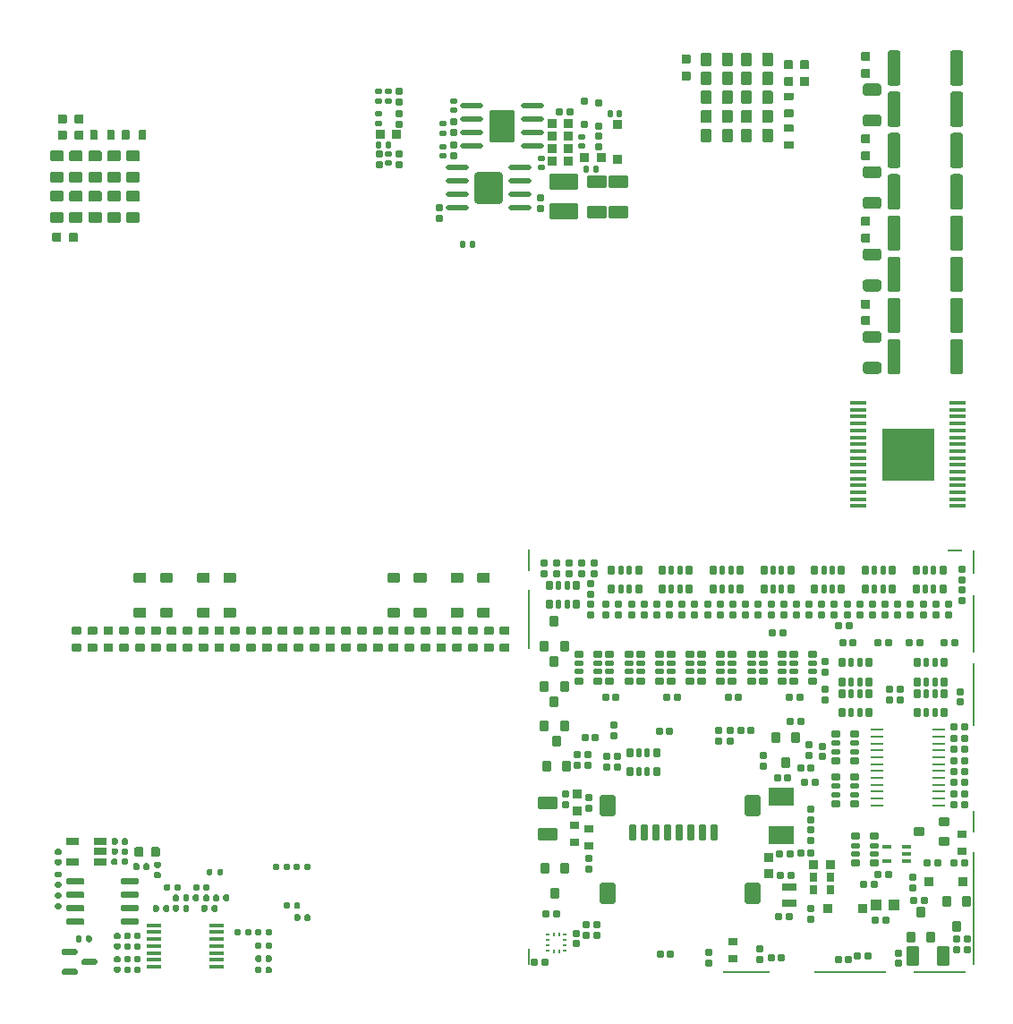
<source format=gbp>
G75*
G70*
%OFA0B0*%
%FSLAX25Y25*%
%IPPOS*%
%LPD*%
%AMOC8*
5,1,8,0,0,1.08239X$1,22.5*
%
%AMM152*
21,1,0.035430,0.030320,-0.000000,-0.000000,270.000000*
21,1,0.028350,0.037400,-0.000000,-0.000000,270.000000*
1,1,0.007090,-0.015160,-0.014170*
1,1,0.007090,-0.015160,0.014170*
1,1,0.007090,0.015160,0.014170*
1,1,0.007090,0.015160,-0.014170*
%
%AMM158*
21,1,0.027560,0.018900,-0.000000,-0.000000,0.000000*
21,1,0.022840,0.023620,-0.000000,-0.000000,0.000000*
1,1,0.004720,0.011420,-0.009450*
1,1,0.004720,-0.011420,-0.009450*
1,1,0.004720,-0.011420,0.009450*
1,1,0.004720,0.011420,0.009450*
%
%AMM161*
21,1,0.025590,0.026380,-0.000000,-0.000000,270.000000*
21,1,0.020470,0.031500,-0.000000,-0.000000,270.000000*
1,1,0.005120,-0.013190,-0.010240*
1,1,0.005120,-0.013190,0.010240*
1,1,0.005120,0.013190,0.010240*
1,1,0.005120,0.013190,-0.010240*
%
%AMM162*
21,1,0.017720,0.027950,-0.000000,-0.000000,270.000000*
21,1,0.014170,0.031500,-0.000000,-0.000000,270.000000*
1,1,0.003540,-0.013980,-0.007090*
1,1,0.003540,-0.013980,0.007090*
1,1,0.003540,0.013980,0.007090*
1,1,0.003540,0.013980,-0.007090*
%
%AMM164*
21,1,0.012600,0.028980,-0.000000,-0.000000,270.000000*
21,1,0.010080,0.031500,-0.000000,-0.000000,270.000000*
1,1,0.002520,-0.014490,-0.005040*
1,1,0.002520,-0.014490,0.005040*
1,1,0.002520,0.014490,0.005040*
1,1,0.002520,0.014490,-0.005040*
%
%AMM167*
21,1,0.027560,0.018900,-0.000000,-0.000000,270.000000*
21,1,0.022840,0.023620,-0.000000,-0.000000,270.000000*
1,1,0.004720,-0.009450,-0.011420*
1,1,0.004720,-0.009450,0.011420*
1,1,0.004720,0.009450,0.011420*
1,1,0.004720,0.009450,-0.011420*
%
%AMM184*
21,1,0.033470,0.026770,-0.000000,-0.000000,0.000000*
21,1,0.026770,0.033470,-0.000000,-0.000000,0.000000*
1,1,0.006690,0.013390,-0.013390*
1,1,0.006690,-0.013390,-0.013390*
1,1,0.006690,-0.013390,0.013390*
1,1,0.006690,0.013390,0.013390*
%
%AMM185*
21,1,0.035430,0.030320,-0.000000,-0.000000,0.000000*
21,1,0.028350,0.037400,-0.000000,-0.000000,0.000000*
1,1,0.007090,0.014170,-0.015160*
1,1,0.007090,-0.014170,-0.015160*
1,1,0.007090,-0.014170,0.015160*
1,1,0.007090,0.014170,0.015160*
%
%AMM186*
21,1,0.035830,0.026770,-0.000000,-0.000000,180.000000*
21,1,0.029130,0.033470,-0.000000,-0.000000,180.000000*
1,1,0.006690,-0.014570,0.013390*
1,1,0.006690,0.014570,0.013390*
1,1,0.006690,0.014570,-0.013390*
1,1,0.006690,-0.014570,-0.013390*
%
%AMM187*
21,1,0.070870,0.036220,-0.000000,-0.000000,180.000000*
21,1,0.061810,0.045280,-0.000000,-0.000000,180.000000*
1,1,0.009060,-0.030910,0.018110*
1,1,0.009060,0.030910,0.018110*
1,1,0.009060,0.030910,-0.018110*
1,1,0.009060,-0.030910,-0.018110*
%
%AMM188*
21,1,0.059060,0.020470,-0.000000,-0.000000,270.000000*
21,1,0.053940,0.025590,-0.000000,-0.000000,270.000000*
1,1,0.005120,-0.010240,-0.026970*
1,1,0.005120,-0.010240,0.026970*
1,1,0.005120,0.010240,0.026970*
1,1,0.005120,0.010240,-0.026970*
%
%AMM189*
21,1,0.078740,0.045670,-0.000000,-0.000000,270.000000*
21,1,0.067320,0.057090,-0.000000,-0.000000,270.000000*
1,1,0.011420,-0.022840,-0.033660*
1,1,0.011420,-0.022840,0.033660*
1,1,0.011420,0.022840,0.033660*
1,1,0.011420,0.022840,-0.033660*
%
%AMM190*
21,1,0.025590,0.026380,-0.000000,-0.000000,180.000000*
21,1,0.020470,0.031500,-0.000000,-0.000000,180.000000*
1,1,0.005120,-0.010240,0.013190*
1,1,0.005120,0.010240,0.013190*
1,1,0.005120,0.010240,-0.013190*
1,1,0.005120,-0.010240,-0.013190*
%
%AMM191*
21,1,0.017720,0.027950,-0.000000,-0.000000,180.000000*
21,1,0.014170,0.031500,-0.000000,-0.000000,180.000000*
1,1,0.003540,-0.007090,0.013980*
1,1,0.003540,0.007090,0.013980*
1,1,0.003540,0.007090,-0.013980*
1,1,0.003540,-0.007090,-0.013980*
%
%AMM192*
21,1,0.027560,0.030710,-0.000000,-0.000000,270.000000*
21,1,0.022050,0.036220,-0.000000,-0.000000,270.000000*
1,1,0.005510,-0.015350,-0.011020*
1,1,0.005510,-0.015350,0.011020*
1,1,0.005510,0.015350,0.011020*
1,1,0.005510,0.015350,-0.011020*
%
%AMM193*
21,1,0.027560,0.049610,-0.000000,-0.000000,90.000000*
21,1,0.022050,0.055120,-0.000000,-0.000000,90.000000*
1,1,0.005510,0.024800,0.011020*
1,1,0.005510,0.024800,-0.011020*
1,1,0.005510,-0.024800,-0.011020*
1,1,0.005510,-0.024800,0.011020*
%
%AMM194*
21,1,0.027560,0.030710,-0.000000,-0.000000,180.000000*
21,1,0.022050,0.036220,-0.000000,-0.000000,180.000000*
1,1,0.005510,-0.011020,0.015350*
1,1,0.005510,0.011020,0.015350*
1,1,0.005510,0.011020,-0.015350*
1,1,0.005510,-0.011020,-0.015350*
%
%AMM195*
21,1,0.070870,0.036220,-0.000000,-0.000000,270.000000*
21,1,0.061810,0.045280,-0.000000,-0.000000,270.000000*
1,1,0.009060,-0.018110,-0.030910*
1,1,0.009060,-0.018110,0.030910*
1,1,0.009060,0.018110,0.030910*
1,1,0.009060,0.018110,-0.030910*
%
%AMM196*
21,1,0.033470,0.026770,-0.000000,-0.000000,90.000000*
21,1,0.026770,0.033470,-0.000000,-0.000000,90.000000*
1,1,0.006690,0.013390,0.013390*
1,1,0.006690,0.013390,-0.013390*
1,1,0.006690,-0.013390,-0.013390*
1,1,0.006690,-0.013390,0.013390*
%
%AMM280*
21,1,0.035830,0.026770,0.000000,-0.000000,270.000000*
21,1,0.029130,0.033470,0.000000,-0.000000,270.000000*
1,1,0.006690,-0.013390,-0.014570*
1,1,0.006690,-0.013390,0.014570*
1,1,0.006690,0.013390,0.014570*
1,1,0.006690,0.013390,-0.014570*
%
%AMM281*
21,1,0.070870,0.036220,0.000000,-0.000000,0.000000*
21,1,0.061810,0.045280,0.000000,-0.000000,0.000000*
1,1,0.009060,0.030910,-0.018110*
1,1,0.009060,-0.030910,-0.018110*
1,1,0.009060,-0.030910,0.018110*
1,1,0.009060,0.030910,0.018110*
%
%AMM284*
21,1,0.023620,0.018900,0.000000,-0.000000,0.000000*
21,1,0.018900,0.023620,0.000000,-0.000000,0.000000*
1,1,0.004720,0.009450,-0.009450*
1,1,0.004720,-0.009450,-0.009450*
1,1,0.004720,-0.009450,0.009450*
1,1,0.004720,0.009450,0.009450*
%
%AMM285*
21,1,0.019680,0.019680,0.000000,-0.000000,270.000000*
21,1,0.015750,0.023620,0.000000,-0.000000,270.000000*
1,1,0.003940,-0.009840,-0.007870*
1,1,0.003940,-0.009840,0.007870*
1,1,0.003940,0.009840,0.007870*
1,1,0.003940,0.009840,-0.007870*
%
%AMM286*
21,1,0.019680,0.019680,0.000000,-0.000000,180.000000*
21,1,0.015750,0.023620,0.000000,-0.000000,180.000000*
1,1,0.003940,-0.007870,0.009840*
1,1,0.003940,0.007870,0.009840*
1,1,0.003940,0.007870,-0.009840*
1,1,0.003940,-0.007870,-0.009840*
%
%AMM300*
21,1,0.106300,0.050390,0.000000,-0.000000,0.000000*
21,1,0.093700,0.062990,0.000000,-0.000000,0.000000*
1,1,0.012600,0.046850,-0.025200*
1,1,0.012600,-0.046850,-0.025200*
1,1,0.012600,-0.046850,0.025200*
1,1,0.012600,0.046850,0.025200*
%
%AMM301*
21,1,0.033470,0.026770,0.000000,-0.000000,180.000000*
21,1,0.026770,0.033470,0.000000,-0.000000,180.000000*
1,1,0.006690,-0.013390,0.013390*
1,1,0.006690,0.013390,0.013390*
1,1,0.006690,0.013390,-0.013390*
1,1,0.006690,-0.013390,-0.013390*
%
%AMM302*
21,1,0.023620,0.018900,0.000000,-0.000000,90.000000*
21,1,0.018900,0.023620,0.000000,-0.000000,90.000000*
1,1,0.004720,0.009450,0.009450*
1,1,0.004720,0.009450,-0.009450*
1,1,0.004720,-0.009450,-0.009450*
1,1,0.004720,-0.009450,0.009450*
%
%AMM303*
21,1,0.122050,0.075590,0.000000,-0.000000,90.000000*
21,1,0.103150,0.094490,0.000000,-0.000000,90.000000*
1,1,0.018900,0.037800,0.051580*
1,1,0.018900,0.037800,-0.051580*
1,1,0.018900,-0.037800,-0.051580*
1,1,0.018900,-0.037800,0.051580*
%
%AMM304*
21,1,0.118110,0.083460,0.000000,-0.000000,270.000000*
21,1,0.097240,0.104330,0.000000,-0.000000,270.000000*
1,1,0.020870,-0.041730,-0.048620*
1,1,0.020870,-0.041730,0.048620*
1,1,0.020870,0.041730,0.048620*
1,1,0.020870,0.041730,-0.048620*
%
%ADD162R,0.03937X0.04331*%
%ADD167R,0.09449X0.06693*%
%ADD175O,0.04961X0.00984*%
%ADD176R,0.00984X0.01378*%
%ADD177R,0.01378X0.00984*%
%ADD21R,0.00787X0.23622*%
%ADD250R,0.19500X0.19500*%
%ADD265R,0.05709X0.01772*%
%ADD266R,0.04803X0.02559*%
%ADD355M152*%
%ADD36R,0.00787X0.09055*%
%ADD361M158*%
%ADD364M161*%
%ADD365M162*%
%ADD367M164*%
%ADD37R,0.00787X0.42126*%
%ADD370M167*%
%ADD38R,0.00787X0.08268*%
%ADD387M184*%
%ADD388M185*%
%ADD389M186*%
%ADD39R,0.00787X0.21260*%
%ADD390M187*%
%ADD391M188*%
%ADD392M189*%
%ADD393M190*%
%ADD394M191*%
%ADD395M192*%
%ADD396M193*%
%ADD397M194*%
%ADD398M195*%
%ADD399M196*%
%ADD40R,0.05512X0.00787*%
%ADD41R,0.19685X0.00787*%
%ADD42R,0.26772X0.00787*%
%ADD43R,0.17717X0.00787*%
%ADD439O,0.08661X0.01968*%
%ADD44R,0.00787X0.06299*%
%ADD45R,0.00787X0.22441*%
%ADD46R,0.00787X0.07874*%
%ADD486M280*%
%ADD487M281*%
%ADD490M284*%
%ADD491M285*%
%ADD492M286*%
%ADD506M300*%
%ADD507M301*%
%ADD508M302*%
%ADD509M303*%
%ADD510M304*%
%ADD516R,0.06300X0.01700*%
X0000000Y0000000D02*
%LPD*%
G01*
D36*
X0450757Y0253942D03*
D37*
X0450757Y0124808D03*
D38*
X0450757Y0157092D03*
D21*
X0450757Y0204533D03*
D39*
X0450757Y0230910D03*
D40*
X0443670Y0258076D03*
D41*
X0438158Y0100989D03*
D42*
X0404694Y0100989D03*
D43*
X0365914Y0100989D03*
D44*
X0285009Y0106895D03*
D45*
X0285009Y0232288D03*
D46*
X0285009Y0254533D03*
G36*
G01*
X0191752Y0229626D02*
X0194823Y0229626D01*
G75*
G02*
X0195098Y0229350I0000000J-000276D01*
G01*
X0195098Y0227146D01*
G75*
G02*
X0194823Y0226870I-000276J0000000D01*
G01*
X0191752Y0226870D01*
G75*
G02*
X0191476Y0227146I0000000J0000276D01*
G01*
X0191476Y0229350D01*
G75*
G02*
X0191752Y0229626I0000276J0000000D01*
G01*
G37*
G36*
G01*
X0191752Y0223327D02*
X0194823Y0223327D01*
G75*
G02*
X0195098Y0223051I0000000J-000276D01*
G01*
X0195098Y0220846D01*
G75*
G02*
X0194823Y0220571I-000276J0000000D01*
G01*
X0191752Y0220571D01*
G75*
G02*
X0191476Y0220846I0000000J0000276D01*
G01*
X0191476Y0223051D01*
G75*
G02*
X0191752Y0223327I0000276J0000000D01*
G01*
G37*
G36*
G01*
X0138583Y0229626D02*
X0141654Y0229626D01*
G75*
G02*
X0141929Y0229350I0000000J-000276D01*
G01*
X0141929Y0227146D01*
G75*
G02*
X0141654Y0226870I-000276J0000000D01*
G01*
X0138583Y0226870D01*
G75*
G02*
X0138307Y0227146I0000000J0000276D01*
G01*
X0138307Y0229350D01*
G75*
G02*
X0138583Y0229626I0000276J0000000D01*
G01*
G37*
G36*
G01*
X0138583Y0223327D02*
X0141654Y0223327D01*
G75*
G02*
X0141929Y0223051I0000000J-000276D01*
G01*
X0141929Y0220846D01*
G75*
G02*
X0141654Y0220571I-000276J0000000D01*
G01*
X0138583Y0220571D01*
G75*
G02*
X0138307Y0220846I0000000J0000276D01*
G01*
X0138307Y0223051D01*
G75*
G02*
X0138583Y0223327I0000276J0000000D01*
G01*
G37*
G36*
G01*
X0156299Y0229626D02*
X0159370Y0229626D01*
G75*
G02*
X0159646Y0229350I0000000J-000276D01*
G01*
X0159646Y0227146D01*
G75*
G02*
X0159370Y0226870I-000276J0000000D01*
G01*
X0156299Y0226870D01*
G75*
G02*
X0156024Y0227146I0000000J0000276D01*
G01*
X0156024Y0229350D01*
G75*
G02*
X0156299Y0229626I0000276J0000000D01*
G01*
G37*
G36*
G01*
X0156299Y0223327D02*
X0159370Y0223327D01*
G75*
G02*
X0159646Y0223051I0000000J-000276D01*
G01*
X0159646Y0220846D01*
G75*
G02*
X0159370Y0220571I-000276J0000000D01*
G01*
X0156299Y0220571D01*
G75*
G02*
X0156024Y0220846I0000000J0000276D01*
G01*
X0156024Y0223051D01*
G75*
G02*
X0156299Y0223327I0000276J0000000D01*
G01*
G37*
G36*
G01*
X0114961Y0229626D02*
X0118031Y0229626D01*
G75*
G02*
X0118307Y0229350I0000000J-000276D01*
G01*
X0118307Y0227146D01*
G75*
G02*
X0118031Y0226870I-000276J0000000D01*
G01*
X0114961Y0226870D01*
G75*
G02*
X0114685Y0227146I0000000J0000276D01*
G01*
X0114685Y0229350D01*
G75*
G02*
X0114961Y0229626I0000276J0000000D01*
G01*
G37*
G36*
G01*
X0114961Y0223327D02*
X0118031Y0223327D01*
G75*
G02*
X0118307Y0223051I0000000J-000276D01*
G01*
X0118307Y0220846D01*
G75*
G02*
X0118031Y0220571I-000276J0000000D01*
G01*
X0114961Y0220571D01*
G75*
G02*
X0114685Y0220846I0000000J0000276D01*
G01*
X0114685Y0223051D01*
G75*
G02*
X0114961Y0223327I0000276J0000000D01*
G01*
G37*
G36*
G01*
X0256713Y0229626D02*
X0259783Y0229626D01*
G75*
G02*
X0260059Y0229350I0000000J-000276D01*
G01*
X0260059Y0227146D01*
G75*
G02*
X0259783Y0226870I-000276J0000000D01*
G01*
X0256713Y0226870D01*
G75*
G02*
X0256437Y0227146I0000000J0000276D01*
G01*
X0256437Y0229350D01*
G75*
G02*
X0256713Y0229626I0000276J0000000D01*
G01*
G37*
G36*
G01*
X0256713Y0223327D02*
X0259783Y0223327D01*
G75*
G02*
X0260059Y0223051I0000000J-000276D01*
G01*
X0260059Y0220846D01*
G75*
G02*
X0259783Y0220571I-000276J0000000D01*
G01*
X0256713Y0220571D01*
G75*
G02*
X0256437Y0220846I0000000J0000276D01*
G01*
X0256437Y0223051D01*
G75*
G02*
X0256713Y0223327I0000276J0000000D01*
G01*
G37*
G36*
G01*
X0203563Y0229626D02*
X0206634Y0229626D01*
G75*
G02*
X0206909Y0229350I0000000J-000276D01*
G01*
X0206909Y0227146D01*
G75*
G02*
X0206634Y0226870I-000276J0000000D01*
G01*
X0203563Y0226870D01*
G75*
G02*
X0203287Y0227146I0000000J0000276D01*
G01*
X0203287Y0229350D01*
G75*
G02*
X0203563Y0229626I0000276J0000000D01*
G01*
G37*
G36*
G01*
X0203563Y0223327D02*
X0206634Y0223327D01*
G75*
G02*
X0206909Y0223051I0000000J-000276D01*
G01*
X0206909Y0220846D01*
G75*
G02*
X0206634Y0220571I-000276J0000000D01*
G01*
X0203563Y0220571D01*
G75*
G02*
X0203287Y0220846I0000000J0000276D01*
G01*
X0203287Y0223051D01*
G75*
G02*
X0203563Y0223327I0000276J0000000D01*
G01*
G37*
G36*
G01*
X0260256Y0233169D02*
X0256240Y0233169D01*
G75*
G02*
X0255886Y0233524I0000000J0000354D01*
G01*
X0255886Y0236358D01*
G75*
G02*
X0256240Y0236713I0000354J0000000D01*
G01*
X0260256Y0236713D01*
G75*
G02*
X0260610Y0236358I0000000J-000354D01*
G01*
X0260610Y0233524D01*
G75*
G02*
X0260256Y0233169I-000354J0000000D01*
G01*
G37*
G36*
G01*
X0260256Y0246161D02*
X0256240Y0246161D01*
G75*
G02*
X0255886Y0246516I0000000J0000354D01*
G01*
X0255886Y0249350D01*
G75*
G02*
X0256240Y0249705I0000354J0000000D01*
G01*
X0260256Y0249705D01*
G75*
G02*
X0260610Y0249350I0000000J-000354D01*
G01*
X0260610Y0246516D01*
G75*
G02*
X0260256Y0246161I-000354J0000000D01*
G01*
G37*
G36*
G01*
X0238996Y0229626D02*
X0242067Y0229626D01*
G75*
G02*
X0242343Y0229350I0000000J-000276D01*
G01*
X0242343Y0227146D01*
G75*
G02*
X0242067Y0226870I-000276J0000000D01*
G01*
X0238996Y0226870D01*
G75*
G02*
X0238720Y0227146I0000000J0000276D01*
G01*
X0238720Y0229350D01*
G75*
G02*
X0238996Y0229626I0000276J0000000D01*
G01*
G37*
G36*
G01*
X0238996Y0223327D02*
X0242067Y0223327D01*
G75*
G02*
X0242343Y0223051I0000000J-000276D01*
G01*
X0242343Y0220846D01*
G75*
G02*
X0242067Y0220571I-000276J0000000D01*
G01*
X0238996Y0220571D01*
G75*
G02*
X0238720Y0220846I0000000J0000276D01*
G01*
X0238720Y0223051D01*
G75*
G02*
X0238996Y0223327I0000276J0000000D01*
G01*
G37*
G36*
G01*
X0150394Y0229626D02*
X0153465Y0229626D01*
G75*
G02*
X0153740Y0229350I0000000J-000276D01*
G01*
X0153740Y0227146D01*
G75*
G02*
X0153465Y0226870I-000276J0000000D01*
G01*
X0150394Y0226870D01*
G75*
G02*
X0150118Y0227146I0000000J0000276D01*
G01*
X0150118Y0229350D01*
G75*
G02*
X0150394Y0229626I0000276J0000000D01*
G01*
G37*
G36*
G01*
X0150394Y0223327D02*
X0153465Y0223327D01*
G75*
G02*
X0153740Y0223051I0000000J-000276D01*
G01*
X0153740Y0220846D01*
G75*
G02*
X0153465Y0220571I-000276J0000000D01*
G01*
X0150394Y0220571D01*
G75*
G02*
X0150118Y0220846I0000000J0000276D01*
G01*
X0150118Y0223051D01*
G75*
G02*
X0150394Y0223327I0000276J0000000D01*
G01*
G37*
G36*
G01*
X0227185Y0229626D02*
X0230256Y0229626D01*
G75*
G02*
X0230531Y0229350I0000000J-000276D01*
G01*
X0230531Y0227146D01*
G75*
G02*
X0230256Y0226870I-000276J0000000D01*
G01*
X0227185Y0226870D01*
G75*
G02*
X0226909Y0227146I0000000J0000276D01*
G01*
X0226909Y0229350D01*
G75*
G02*
X0227185Y0229626I0000276J0000000D01*
G01*
G37*
G36*
G01*
X0227185Y0223327D02*
X0230256Y0223327D01*
G75*
G02*
X0230531Y0223051I0000000J-000276D01*
G01*
X0230531Y0220846D01*
G75*
G02*
X0230256Y0220571I-000276J0000000D01*
G01*
X0227185Y0220571D01*
G75*
G02*
X0226909Y0220846I0000000J0000276D01*
G01*
X0226909Y0223051D01*
G75*
G02*
X0227185Y0223327I0000276J0000000D01*
G01*
G37*
G36*
G01*
X0165748Y0233169D02*
X0161732Y0233169D01*
G75*
G02*
X0161378Y0233524I0000000J0000354D01*
G01*
X0161378Y0236358D01*
G75*
G02*
X0161732Y0236713I0000354J0000000D01*
G01*
X0165748Y0236713D01*
G75*
G02*
X0166102Y0236358I0000000J-000354D01*
G01*
X0166102Y0233524D01*
G75*
G02*
X0165748Y0233169I-000354J0000000D01*
G01*
G37*
G36*
G01*
X0165748Y0246161D02*
X0161732Y0246161D01*
G75*
G02*
X0161378Y0246516I0000000J0000354D01*
G01*
X0161378Y0249350D01*
G75*
G02*
X0161732Y0249705I0000354J0000000D01*
G01*
X0165748Y0249705D01*
G75*
G02*
X0166102Y0249350I0000000J-000354D01*
G01*
X0166102Y0246516D01*
G75*
G02*
X0165748Y0246161I-000354J0000000D01*
G01*
G37*
G36*
G01*
X0270098Y0233169D02*
X0266083Y0233169D01*
G75*
G02*
X0265728Y0233524I0000000J0000354D01*
G01*
X0265728Y0236358D01*
G75*
G02*
X0266083Y0236713I0000354J0000000D01*
G01*
X0270098Y0236713D01*
G75*
G02*
X0270453Y0236358I0000000J-000354D01*
G01*
X0270453Y0233524D01*
G75*
G02*
X0270098Y0233169I-000354J0000000D01*
G01*
G37*
G36*
G01*
X0270098Y0246161D02*
X0266083Y0246161D01*
G75*
G02*
X0265728Y0246516I0000000J0000354D01*
G01*
X0265728Y0249350D01*
G75*
G02*
X0266083Y0249705I0000354J0000000D01*
G01*
X0270098Y0249705D01*
G75*
G02*
X0270453Y0249350I0000000J-000354D01*
G01*
X0270453Y0246516D01*
G75*
G02*
X0270098Y0246161I-000354J0000000D01*
G01*
G37*
G36*
G01*
X0246476Y0233169D02*
X0242461Y0233169D01*
G75*
G02*
X0242106Y0233524I0000000J0000354D01*
G01*
X0242106Y0236358D01*
G75*
G02*
X0242461Y0236713I0000354J0000000D01*
G01*
X0246476Y0236713D01*
G75*
G02*
X0246831Y0236358I0000000J-000354D01*
G01*
X0246831Y0233524D01*
G75*
G02*
X0246476Y0233169I-000354J0000000D01*
G01*
G37*
G36*
G01*
X0246476Y0246161D02*
X0242461Y0246161D01*
G75*
G02*
X0242106Y0246516I0000000J0000354D01*
G01*
X0242106Y0249350D01*
G75*
G02*
X0242461Y0249705I0000354J0000000D01*
G01*
X0246476Y0249705D01*
G75*
G02*
X0246831Y0249350I0000000J-000354D01*
G01*
X0246831Y0246516D01*
G75*
G02*
X0246476Y0246161I-000354J0000000D01*
G01*
G37*
G36*
G01*
X0262618Y0229626D02*
X0265689Y0229626D01*
G75*
G02*
X0265965Y0229350I0000000J-000276D01*
G01*
X0265965Y0227146D01*
G75*
G02*
X0265689Y0226870I-000276J0000000D01*
G01*
X0262618Y0226870D01*
G75*
G02*
X0262343Y0227146I0000000J0000276D01*
G01*
X0262343Y0229350D01*
G75*
G02*
X0262618Y0229626I0000276J0000000D01*
G01*
G37*
G36*
G01*
X0262618Y0223327D02*
X0265689Y0223327D01*
G75*
G02*
X0265965Y0223051I0000000J-000276D01*
G01*
X0265965Y0220846D01*
G75*
G02*
X0265689Y0220571I-000276J0000000D01*
G01*
X0262618Y0220571D01*
G75*
G02*
X0262343Y0220846I0000000J0000276D01*
G01*
X0262343Y0223051D01*
G75*
G02*
X0262618Y0223327I0000276J0000000D01*
G01*
G37*
G36*
G01*
X0132677Y0229626D02*
X0135748Y0229626D01*
G75*
G02*
X0136024Y0229350I0000000J-000276D01*
G01*
X0136024Y0227146D01*
G75*
G02*
X0135748Y0226870I-000276J0000000D01*
G01*
X0132677Y0226870D01*
G75*
G02*
X0132402Y0227146I0000000J0000276D01*
G01*
X0132402Y0229350D01*
G75*
G02*
X0132677Y0229626I0000276J0000000D01*
G01*
G37*
G36*
G01*
X0132677Y0223327D02*
X0135748Y0223327D01*
G75*
G02*
X0136024Y0223051I0000000J-000276D01*
G01*
X0136024Y0220846D01*
G75*
G02*
X0135748Y0220571I-000276J0000000D01*
G01*
X0132677Y0220571D01*
G75*
G02*
X0132402Y0220846I0000000J0000276D01*
G01*
X0132402Y0223051D01*
G75*
G02*
X0132677Y0223327I0000276J0000000D01*
G01*
G37*
G36*
G01*
X0151969Y0233169D02*
X0147953Y0233169D01*
G75*
G02*
X0147598Y0233524I0000000J0000354D01*
G01*
X0147598Y0236358D01*
G75*
G02*
X0147953Y0236713I0000354J0000000D01*
G01*
X0151969Y0236713D01*
G75*
G02*
X0152323Y0236358I0000000J-000354D01*
G01*
X0152323Y0233524D01*
G75*
G02*
X0151969Y0233169I-000354J0000000D01*
G01*
G37*
G36*
G01*
X0151969Y0246161D02*
X0147953Y0246161D01*
G75*
G02*
X0147598Y0246516I0000000J0000354D01*
G01*
X0147598Y0249350D01*
G75*
G02*
X0147953Y0249705I0000354J0000000D01*
G01*
X0151969Y0249705D01*
G75*
G02*
X0152323Y0249350I0000000J-000354D01*
G01*
X0152323Y0246516D01*
G75*
G02*
X0151969Y0246161I-000354J0000000D01*
G01*
G37*
G36*
G01*
X0209469Y0229626D02*
X0212539Y0229626D01*
G75*
G02*
X0212815Y0229350I0000000J-000276D01*
G01*
X0212815Y0227146D01*
G75*
G02*
X0212539Y0226870I-000276J0000000D01*
G01*
X0209469Y0226870D01*
G75*
G02*
X0209193Y0227146I0000000J0000276D01*
G01*
X0209193Y0229350D01*
G75*
G02*
X0209469Y0229626I0000276J0000000D01*
G01*
G37*
G36*
G01*
X0209469Y0223327D02*
X0212539Y0223327D01*
G75*
G02*
X0212815Y0223051I0000000J-000276D01*
G01*
X0212815Y0220846D01*
G75*
G02*
X0212539Y0220571I-000276J0000000D01*
G01*
X0209469Y0220571D01*
G75*
G02*
X0209193Y0220846I0000000J0000276D01*
G01*
X0209193Y0223051D01*
G75*
G02*
X0209469Y0223327I0000276J0000000D01*
G01*
G37*
G36*
G01*
X0274429Y0229626D02*
X0277500Y0229626D01*
G75*
G02*
X0277776Y0229350I0000000J-000276D01*
G01*
X0277776Y0227146D01*
G75*
G02*
X0277500Y0226870I-000276J0000000D01*
G01*
X0274429Y0226870D01*
G75*
G02*
X0274154Y0227146I0000000J0000276D01*
G01*
X0274154Y0229350D01*
G75*
G02*
X0274429Y0229626I0000276J0000000D01*
G01*
G37*
G36*
G01*
X0274429Y0223327D02*
X0277500Y0223327D01*
G75*
G02*
X0277776Y0223051I0000000J-000276D01*
G01*
X0277776Y0220846D01*
G75*
G02*
X0277500Y0220571I-000276J0000000D01*
G01*
X0274429Y0220571D01*
G75*
G02*
X0274154Y0220846I0000000J0000276D01*
G01*
X0274154Y0223051D01*
G75*
G02*
X0274429Y0223327I0000276J0000000D01*
G01*
G37*
G36*
G01*
X0179921Y0229626D02*
X0182992Y0229626D01*
G75*
G02*
X0183268Y0229350I0000000J-000276D01*
G01*
X0183268Y0227146D01*
G75*
G02*
X0182992Y0226870I-000276J0000000D01*
G01*
X0179921Y0226870D01*
G75*
G02*
X0179646Y0227146I0000000J0000276D01*
G01*
X0179646Y0229350D01*
G75*
G02*
X0179921Y0229626I0000276J0000000D01*
G01*
G37*
G36*
G01*
X0179921Y0223327D02*
X0182992Y0223327D01*
G75*
G02*
X0183268Y0223051I0000000J-000276D01*
G01*
X0183268Y0220846D01*
G75*
G02*
X0182992Y0220571I-000276J0000000D01*
G01*
X0179921Y0220571D01*
G75*
G02*
X0179646Y0220846I0000000J0000276D01*
G01*
X0179646Y0223051D01*
G75*
G02*
X0179921Y0223327I0000276J0000000D01*
G01*
G37*
G36*
G01*
X0142126Y0233169D02*
X0138110Y0233169D01*
G75*
G02*
X0137756Y0233524I0000000J0000354D01*
G01*
X0137756Y0236358D01*
G75*
G02*
X0138110Y0236713I0000354J0000000D01*
G01*
X0142126Y0236713D01*
G75*
G02*
X0142480Y0236358I0000000J-000354D01*
G01*
X0142480Y0233524D01*
G75*
G02*
X0142126Y0233169I-000354J0000000D01*
G01*
G37*
G36*
G01*
X0142126Y0246161D02*
X0138110Y0246161D01*
G75*
G02*
X0137756Y0246516I0000000J0000354D01*
G01*
X0137756Y0249350D01*
G75*
G02*
X0138110Y0249705I0000354J0000000D01*
G01*
X0142126Y0249705D01*
G75*
G02*
X0142480Y0249350I0000000J-000354D01*
G01*
X0142480Y0246516D01*
G75*
G02*
X0142126Y0246161I-000354J0000000D01*
G01*
G37*
G36*
G01*
X0144488Y0229626D02*
X0147559Y0229626D01*
G75*
G02*
X0147835Y0229350I0000000J-000276D01*
G01*
X0147835Y0227146D01*
G75*
G02*
X0147559Y0226870I-000276J0000000D01*
G01*
X0144488Y0226870D01*
G75*
G02*
X0144213Y0227146I0000000J0000276D01*
G01*
X0144213Y0229350D01*
G75*
G02*
X0144488Y0229626I0000276J0000000D01*
G01*
G37*
G36*
G01*
X0144488Y0223327D02*
X0147559Y0223327D01*
G75*
G02*
X0147835Y0223051I0000000J-000276D01*
G01*
X0147835Y0220846D01*
G75*
G02*
X0147559Y0220571I-000276J0000000D01*
G01*
X0144488Y0220571D01*
G75*
G02*
X0144213Y0220846I0000000J0000276D01*
G01*
X0144213Y0223051D01*
G75*
G02*
X0144488Y0223327I0000276J0000000D01*
G01*
G37*
G36*
G01*
X0174016Y0229626D02*
X0177087Y0229626D01*
G75*
G02*
X0177362Y0229350I0000000J-000276D01*
G01*
X0177362Y0227146D01*
G75*
G02*
X0177087Y0226870I-000276J0000000D01*
G01*
X0174016Y0226870D01*
G75*
G02*
X0173740Y0227146I0000000J0000276D01*
G01*
X0173740Y0229350D01*
G75*
G02*
X0174016Y0229626I0000276J0000000D01*
G01*
G37*
G36*
G01*
X0174016Y0223327D02*
X0177087Y0223327D01*
G75*
G02*
X0177362Y0223051I0000000J-000276D01*
G01*
X0177362Y0220846D01*
G75*
G02*
X0177087Y0220571I-000276J0000000D01*
G01*
X0174016Y0220571D01*
G75*
G02*
X0173740Y0220846I0000000J0000276D01*
G01*
X0173740Y0223051D01*
G75*
G02*
X0174016Y0223327I0000276J0000000D01*
G01*
G37*
G36*
G01*
X0250807Y0229626D02*
X0253878Y0229626D01*
G75*
G02*
X0254154Y0229350I0000000J-000276D01*
G01*
X0254154Y0227146D01*
G75*
G02*
X0253878Y0226870I-000276J0000000D01*
G01*
X0250807Y0226870D01*
G75*
G02*
X0250531Y0227146I0000000J0000276D01*
G01*
X0250531Y0229350D01*
G75*
G02*
X0250807Y0229626I0000276J0000000D01*
G01*
G37*
G36*
G01*
X0250807Y0223327D02*
X0253878Y0223327D01*
G75*
G02*
X0254154Y0223051I0000000J-000276D01*
G01*
X0254154Y0220846D01*
G75*
G02*
X0253878Y0220571I-000276J0000000D01*
G01*
X0250807Y0220571D01*
G75*
G02*
X0250531Y0220846I0000000J0000276D01*
G01*
X0250531Y0223051D01*
G75*
G02*
X0250807Y0223327I0000276J0000000D01*
G01*
G37*
G36*
G01*
X0233091Y0229626D02*
X0236161Y0229626D01*
G75*
G02*
X0236437Y0229350I0000000J-000276D01*
G01*
X0236437Y0227146D01*
G75*
G02*
X0236161Y0226870I-000276J0000000D01*
G01*
X0233091Y0226870D01*
G75*
G02*
X0232815Y0227146I0000000J0000276D01*
G01*
X0232815Y0229350D01*
G75*
G02*
X0233091Y0229626I0000276J0000000D01*
G01*
G37*
G36*
G01*
X0233091Y0223327D02*
X0236161Y0223327D01*
G75*
G02*
X0236437Y0223051I0000000J-000276D01*
G01*
X0236437Y0220846D01*
G75*
G02*
X0236161Y0220571I-000276J0000000D01*
G01*
X0233091Y0220571D01*
G75*
G02*
X0232815Y0220846I0000000J0000276D01*
G01*
X0232815Y0223051D01*
G75*
G02*
X0233091Y0223327I0000276J0000000D01*
G01*
G37*
G36*
G01*
X0236634Y0233169D02*
X0232618Y0233169D01*
G75*
G02*
X0232264Y0233524I0000000J0000354D01*
G01*
X0232264Y0236358D01*
G75*
G02*
X0232618Y0236713I0000354J0000000D01*
G01*
X0236634Y0236713D01*
G75*
G02*
X0236988Y0236358I0000000J-000354D01*
G01*
X0236988Y0233524D01*
G75*
G02*
X0236634Y0233169I-000354J0000000D01*
G01*
G37*
G36*
G01*
X0236634Y0246161D02*
X0232618Y0246161D01*
G75*
G02*
X0232264Y0246516I0000000J0000354D01*
G01*
X0232264Y0249350D01*
G75*
G02*
X0232618Y0249705I0000354J0000000D01*
G01*
X0236634Y0249705D01*
G75*
G02*
X0236988Y0249350I0000000J-000354D01*
G01*
X0236988Y0246516D01*
G75*
G02*
X0236634Y0246161I-000354J0000000D01*
G01*
G37*
G36*
G01*
X0168110Y0229626D02*
X0171181Y0229626D01*
G75*
G02*
X0171457Y0229350I0000000J-000276D01*
G01*
X0171457Y0227146D01*
G75*
G02*
X0171181Y0226870I-000276J0000000D01*
G01*
X0168110Y0226870D01*
G75*
G02*
X0167835Y0227146I0000000J0000276D01*
G01*
X0167835Y0229350D01*
G75*
G02*
X0168110Y0229626I0000276J0000000D01*
G01*
G37*
G36*
G01*
X0168110Y0223327D02*
X0171181Y0223327D01*
G75*
G02*
X0171457Y0223051I0000000J-000276D01*
G01*
X0171457Y0220846D01*
G75*
G02*
X0171181Y0220571I-000276J0000000D01*
G01*
X0168110Y0220571D01*
G75*
G02*
X0167835Y0220846I0000000J0000276D01*
G01*
X0167835Y0223051D01*
G75*
G02*
X0168110Y0223327I0000276J0000000D01*
G01*
G37*
G36*
G01*
X0215374Y0229626D02*
X0218445Y0229626D01*
G75*
G02*
X0218720Y0229350I0000000J-000276D01*
G01*
X0218720Y0227146D01*
G75*
G02*
X0218445Y0226870I-000276J0000000D01*
G01*
X0215374Y0226870D01*
G75*
G02*
X0215098Y0227146I0000000J0000276D01*
G01*
X0215098Y0229350D01*
G75*
G02*
X0215374Y0229626I0000276J0000000D01*
G01*
G37*
G36*
G01*
X0215374Y0223327D02*
X0218445Y0223327D01*
G75*
G02*
X0218720Y0223051I0000000J-000276D01*
G01*
X0218720Y0220846D01*
G75*
G02*
X0218445Y0220571I-000276J0000000D01*
G01*
X0215374Y0220571D01*
G75*
G02*
X0215098Y0220846I0000000J0000276D01*
G01*
X0215098Y0223051D01*
G75*
G02*
X0215374Y0223327I0000276J0000000D01*
G01*
G37*
G36*
G01*
X0197657Y0229626D02*
X0200728Y0229626D01*
G75*
G02*
X0201004Y0229350I0000000J-000276D01*
G01*
X0201004Y0227146D01*
G75*
G02*
X0200728Y0226870I-000276J0000000D01*
G01*
X0197657Y0226870D01*
G75*
G02*
X0197382Y0227146I0000000J0000276D01*
G01*
X0197382Y0229350D01*
G75*
G02*
X0197657Y0229626I0000276J0000000D01*
G01*
G37*
G36*
G01*
X0197657Y0223327D02*
X0200728Y0223327D01*
G75*
G02*
X0201004Y0223051I0000000J-000276D01*
G01*
X0201004Y0220846D01*
G75*
G02*
X0200728Y0220571I-000276J0000000D01*
G01*
X0197657Y0220571D01*
G75*
G02*
X0197382Y0220846I0000000J0000276D01*
G01*
X0197382Y0223051D01*
G75*
G02*
X0197657Y0223327I0000276J0000000D01*
G01*
G37*
G36*
G01*
X0221280Y0229626D02*
X0224350Y0229626D01*
G75*
G02*
X0224626Y0229350I0000000J-000276D01*
G01*
X0224626Y0227146D01*
G75*
G02*
X0224350Y0226870I-000276J0000000D01*
G01*
X0221280Y0226870D01*
G75*
G02*
X0221004Y0227146I0000000J0000276D01*
G01*
X0221004Y0229350D01*
G75*
G02*
X0221280Y0229626I0000276J0000000D01*
G01*
G37*
G36*
G01*
X0221280Y0223327D02*
X0224350Y0223327D01*
G75*
G02*
X0224626Y0223051I0000000J-000276D01*
G01*
X0224626Y0220846D01*
G75*
G02*
X0224350Y0220571I-000276J0000000D01*
G01*
X0221280Y0220571D01*
G75*
G02*
X0221004Y0220846I0000000J0000276D01*
G01*
X0221004Y0223051D01*
G75*
G02*
X0221280Y0223327I0000276J0000000D01*
G01*
G37*
G36*
G01*
X0175591Y0233169D02*
X0171575Y0233169D01*
G75*
G02*
X0171220Y0233524I0000000J0000354D01*
G01*
X0171220Y0236358D01*
G75*
G02*
X0171575Y0236713I0000354J0000000D01*
G01*
X0175591Y0236713D01*
G75*
G02*
X0175945Y0236358I0000000J-000354D01*
G01*
X0175945Y0233524D01*
G75*
G02*
X0175591Y0233169I-000354J0000000D01*
G01*
G37*
G36*
G01*
X0175591Y0246161D02*
X0171575Y0246161D01*
G75*
G02*
X0171220Y0246516I0000000J0000354D01*
G01*
X0171220Y0249350D01*
G75*
G02*
X0171575Y0249705I0000354J0000000D01*
G01*
X0175591Y0249705D01*
G75*
G02*
X0175945Y0249350I0000000J-000354D01*
G01*
X0175945Y0246516D01*
G75*
G02*
X0175591Y0246161I-000354J0000000D01*
G01*
G37*
G36*
G01*
X0126772Y0229626D02*
X0129843Y0229626D01*
G75*
G02*
X0130118Y0229350I0000000J-000276D01*
G01*
X0130118Y0227146D01*
G75*
G02*
X0129843Y0226870I-000276J0000000D01*
G01*
X0126772Y0226870D01*
G75*
G02*
X0126496Y0227146I0000000J0000276D01*
G01*
X0126496Y0229350D01*
G75*
G02*
X0126772Y0229626I0000276J0000000D01*
G01*
G37*
G36*
G01*
X0126772Y0223327D02*
X0129843Y0223327D01*
G75*
G02*
X0130118Y0223051I0000000J-000276D01*
G01*
X0130118Y0220846D01*
G75*
G02*
X0129843Y0220571I-000276J0000000D01*
G01*
X0126772Y0220571D01*
G75*
G02*
X0126496Y0220846I0000000J0000276D01*
G01*
X0126496Y0223051D01*
G75*
G02*
X0126772Y0223327I0000276J0000000D01*
G01*
G37*
G36*
G01*
X0162205Y0229626D02*
X0165276Y0229626D01*
G75*
G02*
X0165551Y0229350I0000000J-000276D01*
G01*
X0165551Y0227146D01*
G75*
G02*
X0165276Y0226870I-000276J0000000D01*
G01*
X0162205Y0226870D01*
G75*
G02*
X0161929Y0227146I0000000J0000276D01*
G01*
X0161929Y0229350D01*
G75*
G02*
X0162205Y0229626I0000276J0000000D01*
G01*
G37*
G36*
G01*
X0162205Y0223327D02*
X0165276Y0223327D01*
G75*
G02*
X0165551Y0223051I0000000J-000276D01*
G01*
X0165551Y0220846D01*
G75*
G02*
X0165276Y0220571I-000276J0000000D01*
G01*
X0162205Y0220571D01*
G75*
G02*
X0161929Y0220846I0000000J0000276D01*
G01*
X0161929Y0223051D01*
G75*
G02*
X0162205Y0223327I0000276J0000000D01*
G01*
G37*
G36*
G01*
X0120866Y0229626D02*
X0123937Y0229626D01*
G75*
G02*
X0124213Y0229350I0000000J-000276D01*
G01*
X0124213Y0227146D01*
G75*
G02*
X0123937Y0226870I-000276J0000000D01*
G01*
X0120866Y0226870D01*
G75*
G02*
X0120591Y0227146I0000000J0000276D01*
G01*
X0120591Y0229350D01*
G75*
G02*
X0120866Y0229626I0000276J0000000D01*
G01*
G37*
G36*
G01*
X0120866Y0223327D02*
X0123937Y0223327D01*
G75*
G02*
X0124213Y0223051I0000000J-000276D01*
G01*
X0124213Y0220846D01*
G75*
G02*
X0123937Y0220571I-000276J0000000D01*
G01*
X0120866Y0220571D01*
G75*
G02*
X0120591Y0220846I0000000J0000276D01*
G01*
X0120591Y0223051D01*
G75*
G02*
X0120866Y0223327I0000276J0000000D01*
G01*
G37*
G36*
G01*
X0268524Y0229626D02*
X0271594Y0229626D01*
G75*
G02*
X0271870Y0229350I0000000J-000276D01*
G01*
X0271870Y0227146D01*
G75*
G02*
X0271594Y0226870I-000276J0000000D01*
G01*
X0268524Y0226870D01*
G75*
G02*
X0268248Y0227146I0000000J0000276D01*
G01*
X0268248Y0229350D01*
G75*
G02*
X0268524Y0229626I0000276J0000000D01*
G01*
G37*
G36*
G01*
X0268524Y0223327D02*
X0271594Y0223327D01*
G75*
G02*
X0271870Y0223051I0000000J-000276D01*
G01*
X0271870Y0220846D01*
G75*
G02*
X0271594Y0220571I-000276J0000000D01*
G01*
X0268524Y0220571D01*
G75*
G02*
X0268248Y0220846I0000000J0000276D01*
G01*
X0268248Y0223051D01*
G75*
G02*
X0268524Y0223327I0000276J0000000D01*
G01*
G37*
G36*
G01*
X0185846Y0229626D02*
X0188917Y0229626D01*
G75*
G02*
X0189193Y0229350I0000000J-000276D01*
G01*
X0189193Y0227146D01*
G75*
G02*
X0188917Y0226870I-000276J0000000D01*
G01*
X0185846Y0226870D01*
G75*
G02*
X0185571Y0227146I0000000J0000276D01*
G01*
X0185571Y0229350D01*
G75*
G02*
X0185846Y0229626I0000276J0000000D01*
G01*
G37*
G36*
G01*
X0185846Y0223327D02*
X0188917Y0223327D01*
G75*
G02*
X0189193Y0223051I0000000J-000276D01*
G01*
X0189193Y0220846D01*
G75*
G02*
X0188917Y0220571I-000276J0000000D01*
G01*
X0185846Y0220571D01*
G75*
G02*
X0185571Y0220846I0000000J0000276D01*
G01*
X0185571Y0223051D01*
G75*
G02*
X0185846Y0223327I0000276J0000000D01*
G01*
G37*
G36*
G01*
X0244902Y0229626D02*
X0247972Y0229626D01*
G75*
G02*
X0248248Y0229350I0000000J-000276D01*
G01*
X0248248Y0227146D01*
G75*
G02*
X0247972Y0226870I-000276J0000000D01*
G01*
X0244902Y0226870D01*
G75*
G02*
X0244626Y0227146I0000000J0000276D01*
G01*
X0244626Y0229350D01*
G75*
G02*
X0244902Y0229626I0000276J0000000D01*
G01*
G37*
G36*
G01*
X0244902Y0223327D02*
X0247972Y0223327D01*
G75*
G02*
X0248248Y0223051I0000000J-000276D01*
G01*
X0248248Y0220846D01*
G75*
G02*
X0247972Y0220571I-000276J0000000D01*
G01*
X0244902Y0220571D01*
G75*
G02*
X0244626Y0220846I0000000J0000276D01*
G01*
X0244626Y0223051D01*
G75*
G02*
X0244902Y0223327I0000276J0000000D01*
G01*
G37*
X0451150Y0258470D02*
G01*
G75*
D39*
X0450756Y0230911D02*
D03*
D36*
X0450756Y0253942D02*
D03*
D21*
X0450756Y0204533D02*
D03*
D46*
X0285008Y0254533D02*
D03*
D38*
X0450756Y0157092D02*
D03*
D37*
X0450756Y0124809D02*
D03*
D41*
X0438158Y0100990D02*
D03*
D42*
X0404693Y0100990D02*
D03*
D43*
X0365914Y0100990D02*
D03*
D45*
X0285008Y0232289D02*
D03*
D44*
X0285008Y0106895D02*
D03*
D40*
X0443670Y0258076D02*
D03*
D355*
X0439535Y0157228D02*
D03*
X0430283Y0153488D02*
D03*
D355*
X0439535Y0149747D02*
D03*
D361*
X0419457Y0206502D02*
D03*
X0419457Y0202565D02*
D03*
X0298788Y0163588D02*
D03*
X0298788Y0167525D02*
D03*
X0422508Y0104336D02*
D03*
X0422508Y0108273D02*
D03*
X0389325Y0181698D02*
D03*
X0389325Y0185635D02*
D03*
X0372420Y0181770D02*
D03*
X0372420Y0177833D02*
D03*
X0394457Y0185242D02*
D03*
X0394457Y0181305D02*
D03*
X0445651Y0201654D02*
D03*
X0445651Y0205591D02*
D03*
X0427922Y0132486D02*
D03*
X0427922Y0136423D02*
D03*
X0448394Y0113391D02*
D03*
X0448394Y0109454D02*
D03*
X0316504Y0189179D02*
D03*
X0316504Y0193116D02*
D03*
X0390126Y0124612D02*
D03*
X0390126Y0120675D02*
D03*
X0359909Y0191049D02*
D03*
X0359909Y0187112D02*
D03*
X0370934Y0109749D02*
D03*
X0370934Y0105813D02*
D03*
X0318079Y0177368D02*
D03*
X0318079Y0181305D02*
D03*
X0314142Y0177368D02*
D03*
X0314142Y0181305D02*
D03*
X0444260Y0113391D02*
D03*
X0444260Y0109454D02*
D03*
X0307252Y0162013D02*
D03*
X0307252Y0165950D02*
D03*
X0307449Y0139572D02*
D03*
X0307449Y0143509D02*
D03*
X0355579Y0191049D02*
D03*
X0355579Y0187112D02*
D03*
X0351937Y0104533D02*
D03*
X0351937Y0108470D02*
D03*
X0390126Y0154139D02*
D03*
X0390126Y0150202D02*
D03*
X0390126Y0157683D02*
D03*
X0390126Y0161620D02*
D03*
X0403512Y0234061D02*
D03*
X0403512Y0237998D02*
D03*
X0398788Y0234061D02*
D03*
X0398788Y0237998D02*
D03*
X0394063Y0234061D02*
D03*
X0394063Y0237998D02*
D03*
X0389339Y0234061D02*
D03*
X0389339Y0237998D02*
D03*
X0304693Y0253352D02*
D03*
X0304693Y0249415D02*
D03*
X0299969Y0249415D02*
D03*
X0299969Y0253352D02*
D03*
X0295245Y0253352D02*
D03*
X0295245Y0249415D02*
D03*
X0290520Y0253352D02*
D03*
X0290520Y0249415D02*
D03*
X0423394Y0206502D02*
D03*
X0423394Y0202565D02*
D03*
X0395441Y0206502D02*
D03*
X0395441Y0202565D02*
D03*
X0427134Y0234061D02*
D03*
X0427134Y0237998D02*
D03*
X0431858Y0234061D02*
D03*
X0431858Y0237998D02*
D03*
X0436583Y0234061D02*
D03*
X0436583Y0237998D02*
D03*
X0441307Y0234061D02*
D03*
X0441307Y0237998D02*
D03*
X0408236Y0234061D02*
D03*
X0408236Y0237998D02*
D03*
X0412961Y0234061D02*
D03*
X0412961Y0237998D02*
D03*
X0417685Y0234061D02*
D03*
X0417685Y0237998D02*
D03*
X0422410Y0234061D02*
D03*
X0422410Y0237998D02*
D03*
X0370441Y0234061D02*
D03*
X0370441Y0237998D02*
D03*
X0375165Y0234061D02*
D03*
X0375165Y0237998D02*
D03*
X0379890Y0234061D02*
D03*
X0379890Y0237998D02*
D03*
X0384614Y0234061D02*
D03*
X0384614Y0237998D02*
D03*
X0351543Y0237998D02*
D03*
X0351543Y0234061D02*
D03*
X0356268Y0234061D02*
D03*
X0356268Y0237998D02*
D03*
X0360992Y0234061D02*
D03*
X0360992Y0237998D02*
D03*
X0365717Y0234061D02*
D03*
X0365717Y0237998D02*
D03*
X0332646Y0234061D02*
D03*
X0332646Y0237998D02*
D03*
X0337370Y0234061D02*
D03*
X0337370Y0237998D02*
D03*
X0342095Y0234061D02*
D03*
X0342095Y0237998D02*
D03*
X0346819Y0234061D02*
D03*
X0346819Y0237998D02*
D03*
X0318473Y0234061D02*
D03*
X0318473Y0237998D02*
D03*
X0323197Y0234061D02*
D03*
X0323197Y0237998D02*
D03*
X0327922Y0234061D02*
D03*
X0327922Y0237998D02*
D03*
X0446426Y0243313D02*
D03*
X0446426Y0239376D02*
D03*
X0309417Y0249415D02*
D03*
X0309417Y0253352D02*
D03*
X0395441Y0216738D02*
D03*
X0395441Y0212801D02*
D03*
X0307843Y0237998D02*
D03*
X0307843Y0234061D02*
D03*
X0446426Y0250990D02*
D03*
X0446426Y0247053D02*
D03*
X0307843Y0241935D02*
D03*
X0307843Y0245872D02*
D03*
X0302725Y0111620D02*
D03*
X0302725Y0115557D02*
D03*
X0313748Y0234061D02*
D03*
X0313748Y0237998D02*
D03*
D364*
X0413748Y0141639D02*
D03*
X0406662Y0141639D02*
D03*
X0406662Y0151679D02*
D03*
X0413748Y0151679D02*
D03*
X0399181Y0189868D02*
D03*
X0406268Y0189868D02*
D03*
X0406268Y0179828D02*
D03*
X0399181Y0179828D02*
D03*
X0399181Y0173726D02*
D03*
X0406268Y0173726D02*
D03*
X0406268Y0163686D02*
D03*
X0399181Y0163686D02*
D03*
X0303709Y0209553D02*
D03*
X0310796Y0209553D02*
D03*
X0310796Y0219592D02*
D03*
X0303709Y0219592D02*
D03*
X0322213Y0219592D02*
D03*
X0315126Y0219592D02*
D03*
X0315126Y0209553D02*
D03*
X0322213Y0209553D02*
D03*
X0372213Y0209553D02*
D03*
X0379299Y0209553D02*
D03*
X0379299Y0219592D02*
D03*
X0372213Y0219592D02*
D03*
X0390717Y0219592D02*
D03*
X0383630Y0219592D02*
D03*
X0383630Y0209553D02*
D03*
X0390717Y0209553D02*
D03*
X0349378Y0209553D02*
D03*
X0356465Y0209553D02*
D03*
X0356465Y0219592D02*
D03*
X0349378Y0219592D02*
D03*
X0367882Y0219592D02*
D03*
X0360795Y0219592D02*
D03*
X0360795Y0209553D02*
D03*
X0367882Y0209553D02*
D03*
X0326543Y0209553D02*
D03*
X0333630Y0209553D02*
D03*
X0333630Y0219592D02*
D03*
X0326543Y0219592D02*
D03*
X0345047Y0219592D02*
D03*
X0337961Y0219592D02*
D03*
X0337961Y0209553D02*
D03*
X0345047Y0209553D02*
D03*
D365*
X0406662Y0148234D02*
D03*
X0406662Y0145084D02*
D03*
X0413748Y0145084D02*
D03*
X0413748Y0148234D02*
D03*
X0406268Y0183273D02*
D03*
X0406268Y0186423D02*
D03*
X0399181Y0186423D02*
D03*
X0399181Y0183273D02*
D03*
X0406268Y0167131D02*
D03*
X0406268Y0170281D02*
D03*
X0399181Y0170281D02*
D03*
X0399181Y0167131D02*
D03*
X0303709Y0212998D02*
D03*
X0303709Y0216147D02*
D03*
X0310796Y0216147D02*
D03*
X0310796Y0212998D02*
D03*
X0322213Y0216147D02*
D03*
X0322213Y0212998D02*
D03*
X0315126Y0212998D02*
D03*
X0315126Y0216147D02*
D03*
X0372213Y0212998D02*
D03*
X0372213Y0216147D02*
D03*
X0379299Y0216147D02*
D03*
X0379299Y0212998D02*
D03*
X0390717Y0216147D02*
D03*
X0390717Y0212998D02*
D03*
X0383630Y0212998D02*
D03*
X0383630Y0216147D02*
D03*
X0349378Y0212998D02*
D03*
X0349378Y0216147D02*
D03*
X0356465Y0216147D02*
D03*
X0356465Y0212998D02*
D03*
X0367882Y0216147D02*
D03*
X0367882Y0212998D02*
D03*
X0360795Y0212998D02*
D03*
X0360795Y0216147D02*
D03*
X0326543Y0212998D02*
D03*
X0326543Y0216147D02*
D03*
X0333630Y0216147D02*
D03*
X0333630Y0212998D02*
D03*
X0345047Y0216147D02*
D03*
X0345047Y0212998D02*
D03*
X0337961Y0212998D02*
D03*
X0337961Y0216147D02*
D03*
D367*
X0425756Y0147643D02*
D03*
X0425756Y0145084D02*
D03*
X0425756Y0142525D02*
D03*
X0418276Y0142525D02*
D03*
X0418276Y0147643D02*
D03*
D370*
X0407449Y0107092D02*
D03*
X0411386Y0107092D02*
D03*
X0291307Y0122840D02*
D03*
X0295245Y0122840D02*
D03*
X0432407Y0127661D02*
D03*
X0428470Y0127661D02*
D03*
X0409811Y0133667D02*
D03*
X0413748Y0133667D02*
D03*
X0418867Y0137604D02*
D03*
X0414930Y0137604D02*
D03*
X0309811Y0188391D02*
D03*
X0305874Y0188391D02*
D03*
X0379103Y0106501D02*
D03*
X0375166Y0106501D02*
D03*
X0310402Y0118706D02*
D03*
X0306465Y0118706D02*
D03*
X0337764Y0107683D02*
D03*
X0333827Y0107683D02*
D03*
X0382240Y0194492D02*
D03*
X0386177Y0194492D02*
D03*
X0391504Y0171856D02*
D03*
X0387567Y0171856D02*
D03*
X0381465Y0173431D02*
D03*
X0377528Y0173431D02*
D03*
X0382252Y0145084D02*
D03*
X0378315Y0145084D02*
D03*
X0286977Y0104927D02*
D03*
X0290914Y0104927D02*
D03*
X0400166Y0105911D02*
D03*
X0404103Y0105911D02*
D03*
X0418079Y0120281D02*
D03*
X0414142Y0120281D02*
D03*
X0307055Y0182092D02*
D03*
X0303118Y0182092D02*
D03*
X0307055Y0178155D02*
D03*
X0303118Y0178155D02*
D03*
X0306465Y0114769D02*
D03*
X0310402Y0114769D02*
D03*
X0333532Y0190655D02*
D03*
X0337469Y0190655D02*
D03*
X0390126Y0145478D02*
D03*
X0386189Y0145478D02*
D03*
X0390126Y0177171D02*
D03*
X0386189Y0177171D02*
D03*
X0381859Y0121856D02*
D03*
X0377922Y0121856D02*
D03*
X0382646Y0137210D02*
D03*
X0378709Y0137210D02*
D03*
X0367784Y0191049D02*
D03*
X0363847Y0191049D02*
D03*
X0313551Y0203352D02*
D03*
X0317488Y0203352D02*
D03*
X0382055Y0203352D02*
D03*
X0385992Y0203352D02*
D03*
X0359221Y0203352D02*
D03*
X0363158Y0203352D02*
D03*
X0336386Y0203352D02*
D03*
X0340323Y0203352D02*
D03*
X0375559Y0227368D02*
D03*
X0379496Y0227368D02*
D03*
X0430611Y0223824D02*
D03*
X0426674Y0223824D02*
D03*
X0439800Y0223824D02*
D03*
X0443737Y0223824D02*
D03*
X0405807Y0223824D02*
D03*
X0401870Y0223824D02*
D03*
X0414996Y0223824D02*
D03*
X0418933Y0223824D02*
D03*
X0443276Y0141935D02*
D03*
X0447213Y0141935D02*
D03*
X0437370Y0141935D02*
D03*
X0433433Y0141935D02*
D03*
X0400362Y0230124D02*
D03*
X0404299Y0230124D02*
D03*
X0447213Y0192328D02*
D03*
X0443276Y0192328D02*
D03*
X0447213Y0179927D02*
D03*
X0443276Y0179927D02*
D03*
X0447213Y0175793D02*
D03*
X0443276Y0175793D02*
D03*
X0447213Y0167525D02*
D03*
X0443276Y0167525D02*
D03*
X0447213Y0171659D02*
D03*
X0443276Y0171659D02*
D03*
X0447213Y0163391D02*
D03*
X0443276Y0163391D02*
D03*
X0447213Y0184060D02*
D03*
X0443276Y0184060D02*
D03*
X0447213Y0188194D02*
D03*
X0443276Y0188194D02*
D03*
D387*
X0397173Y0140950D02*
D03*
X0390953Y0140950D02*
D03*
D388*
X0294570Y0130599D02*
D03*
X0290830Y0139851D02*
D03*
X0376999Y0188350D02*
D03*
X0380739Y0179098D02*
D03*
X0440520Y0127486D02*
D03*
X0444260Y0118234D02*
D03*
X0434811Y0114061D02*
D03*
X0431071Y0123312D02*
D03*
X0298197Y0222446D02*
D03*
X0294457Y0231698D02*
D03*
X0294457Y0216803D02*
D03*
X0298197Y0207551D02*
D03*
X0298197Y0192656D02*
D03*
X0294457Y0201908D02*
D03*
X0298984Y0177761D02*
D03*
X0295244Y0187013D02*
D03*
D388*
X0298310Y0139851D02*
D03*
X0384479Y0188350D02*
D03*
X0448000Y0127486D02*
D03*
X0427331Y0114060D02*
D03*
X0290717Y0222446D02*
D03*
X0290717Y0207551D02*
D03*
X0290717Y0192656D02*
D03*
X0291504Y0177761D02*
D03*
D389*
X0446819Y0134848D02*
D03*
X0433827Y0134848D02*
D03*
X0409418Y0124612D02*
D03*
X0396425Y0124612D02*
D03*
D162*
X0414339Y0126187D02*
D03*
X0421032Y0126187D02*
D03*
D390*
X0292095Y0163982D02*
D03*
X0292095Y0152565D02*
D03*
D391*
X0354024Y0152946D02*
D03*
X0349693Y0152946D02*
D03*
X0345362Y0152946D02*
D03*
X0341032Y0152946D02*
D03*
X0336701Y0152946D02*
D03*
X0332370Y0152946D02*
D03*
X0328039Y0152946D02*
D03*
X0323709Y0152946D02*
D03*
D392*
X0314339Y0163182D02*
D03*
X0314339Y0130505D02*
D03*
X0368472Y0130505D02*
D03*
X0368472Y0163182D02*
D03*
D167*
X0379102Y0151974D02*
D03*
X0379102Y0166541D02*
D03*
D393*
X0332547Y0175793D02*
D03*
X0332547Y0182879D02*
D03*
X0322508Y0182879D02*
D03*
X0322508Y0175793D02*
D03*
X0401445Y0250793D02*
D03*
X0401445Y0243706D02*
D03*
X0391406Y0243706D02*
D03*
X0391406Y0250793D02*
D03*
X0429595Y0216344D02*
D03*
X0429595Y0209257D02*
D03*
X0439634Y0209257D02*
D03*
X0439634Y0216344D02*
D03*
X0439634Y0197840D02*
D03*
X0439634Y0204927D02*
D03*
X0429595Y0204927D02*
D03*
X0429595Y0197840D02*
D03*
X0401642Y0216344D02*
D03*
X0401642Y0209257D02*
D03*
X0411681Y0209257D02*
D03*
X0411681Y0216344D02*
D03*
X0411681Y0197840D02*
D03*
X0411681Y0204927D02*
D03*
X0401642Y0204927D02*
D03*
X0401642Y0197840D02*
D03*
X0439240Y0250793D02*
D03*
X0439240Y0243706D02*
D03*
X0429201Y0243706D02*
D03*
X0429201Y0250793D02*
D03*
X0420343Y0250793D02*
D03*
X0420343Y0243706D02*
D03*
X0410304Y0243706D02*
D03*
X0410304Y0250793D02*
D03*
X0382548Y0250793D02*
D03*
X0382548Y0243706D02*
D03*
X0372508Y0243706D02*
D03*
X0372508Y0250793D02*
D03*
X0363650Y0250793D02*
D03*
X0363650Y0243706D02*
D03*
X0353610Y0243706D02*
D03*
X0353610Y0250793D02*
D03*
X0344752Y0250793D02*
D03*
X0344752Y0243706D02*
D03*
X0334713Y0243706D02*
D03*
X0334713Y0250793D02*
D03*
X0325855Y0250793D02*
D03*
X0325855Y0243706D02*
D03*
X0315815Y0243706D02*
D03*
X0315815Y0250793D02*
D03*
X0292587Y0245084D02*
D03*
X0292587Y0237998D02*
D03*
X0302626Y0237998D02*
D03*
X0302626Y0245084D02*
D03*
D394*
X0329103Y0175793D02*
D03*
X0325953Y0175793D02*
D03*
X0325953Y0182879D02*
D03*
X0329103Y0182879D02*
D03*
X0394851Y0243706D02*
D03*
X0398000Y0243706D02*
D03*
X0398000Y0250793D02*
D03*
X0394851Y0250793D02*
D03*
X0433040Y0216344D02*
D03*
X0436189Y0216344D02*
D03*
X0436189Y0209257D02*
D03*
X0433040Y0209257D02*
D03*
X0436189Y0197840D02*
D03*
X0433040Y0197840D02*
D03*
X0433040Y0204927D02*
D03*
X0436189Y0204927D02*
D03*
X0405087Y0216344D02*
D03*
X0408237Y0216344D02*
D03*
X0408237Y0209257D02*
D03*
X0405087Y0209257D02*
D03*
X0408236Y0197840D02*
D03*
X0405087Y0197840D02*
D03*
X0405087Y0204927D02*
D03*
X0408236Y0204927D02*
D03*
X0432646Y0243706D02*
D03*
X0435795Y0243706D02*
D03*
X0435795Y0250793D02*
D03*
X0432646Y0250793D02*
D03*
X0413748Y0243706D02*
D03*
X0416898Y0243706D02*
D03*
X0416898Y0250793D02*
D03*
X0413748Y0250793D02*
D03*
X0375953Y0243706D02*
D03*
X0379103Y0243706D02*
D03*
X0379103Y0250793D02*
D03*
X0375953Y0250793D02*
D03*
X0357055Y0243706D02*
D03*
X0360205Y0243706D02*
D03*
X0360205Y0250793D02*
D03*
X0357055Y0250793D02*
D03*
X0338158Y0243706D02*
D03*
X0341307Y0243706D02*
D03*
X0341307Y0250793D02*
D03*
X0338158Y0250793D02*
D03*
X0319260Y0243706D02*
D03*
X0322410Y0243706D02*
D03*
X0322410Y0250793D02*
D03*
X0319260Y0250793D02*
D03*
X0296032Y0245084D02*
D03*
X0299181Y0245084D02*
D03*
X0299181Y0237998D02*
D03*
X0296032Y0237998D02*
D03*
D395*
X0307449Y0148234D02*
D03*
X0307449Y0154533D02*
D03*
X0361091Y0112505D02*
D03*
X0361091Y0106206D02*
D03*
X0446425Y0146265D02*
D03*
X0446425Y0152565D02*
D03*
X0301937Y0155714D02*
D03*
X0301937Y0149415D02*
D03*
D396*
X0381859Y0126777D02*
D03*
X0381859Y0132683D02*
D03*
D397*
X0390913Y0131698D02*
D03*
X0397213Y0131698D02*
D03*
X0390913Y0136324D02*
D03*
X0397213Y0136324D02*
D03*
D398*
X0439339Y0107092D02*
D03*
X0427922Y0107092D02*
D03*
D399*
X0302922Y0167289D02*
D03*
X0302922Y0161068D02*
D03*
X0374378Y0137643D02*
D03*
X0374378Y0143864D02*
D03*
D175*
X0437528Y0191344D02*
D03*
X0437528Y0188785D02*
D03*
X0437528Y0186226D02*
D03*
X0437528Y0183667D02*
D03*
X0437528Y0181108D02*
D03*
X0437528Y0178549D02*
D03*
X0437528Y0175990D02*
D03*
X0437528Y0173431D02*
D03*
X0437528Y0170872D02*
D03*
X0437528Y0168312D02*
D03*
X0437528Y0165754D02*
D03*
X0437528Y0163194D02*
D03*
X0414535Y0191344D02*
D03*
X0414535Y0188785D02*
D03*
X0414535Y0186226D02*
D03*
X0414535Y0183667D02*
D03*
X0414535Y0181108D02*
D03*
X0414535Y0178549D02*
D03*
X0414535Y0175990D02*
D03*
X0414535Y0173431D02*
D03*
X0414535Y0170872D02*
D03*
X0414535Y0168312D02*
D03*
X0414535Y0165754D02*
D03*
X0414535Y0163194D02*
D03*
D176*
X0294260Y0115163D02*
D03*
X0296228Y0115163D02*
D03*
X0296228Y0108864D02*
D03*
X0294260Y0108864D02*
D03*
D177*
X0298394Y0114966D02*
D03*
X0298394Y0112997D02*
D03*
X0298394Y0111029D02*
D03*
X0298394Y0109061D02*
D03*
X0292094Y0114966D02*
D03*
X0292094Y0109061D02*
D03*
X0292094Y0112997D02*
D03*
X0292094Y0111029D02*
D03*
X0241535Y0433760D02*
G01*
G75*
D486*
X0317913Y0403845D02*
D03*
X0317913Y0416837D02*
D03*
D487*
X0318307Y0383985D02*
D03*
X0318307Y0395402D02*
D03*
X0310275Y0383985D02*
D03*
X0310275Y0395402D02*
D03*
D490*
X0296259Y0421358D02*
D03*
X0300196Y0421358D02*
D03*
X0310826Y0424705D02*
D03*
X0310826Y0416043D02*
D03*
X0305578Y0425492D02*
D03*
X0305578Y0416831D02*
D03*
D491*
X0252952Y0413605D02*
D03*
X0252952Y0417149D02*
D03*
X0289685Y0404214D02*
D03*
X0289685Y0400670D02*
D03*
X0304790Y0412211D02*
D03*
X0304790Y0408668D02*
D03*
X0252952Y0404987D02*
D03*
X0252952Y0408530D02*
D03*
X0256889Y0425492D02*
D03*
X0256889Y0421949D02*
D03*
D492*
X0306365Y0400007D02*
D03*
X0309909Y0400007D02*
D03*
X0318767Y0420774D02*
D03*
X0315223Y0420774D02*
D03*
X0260450Y0372010D02*
D03*
X0263994Y0372010D02*
D03*
D506*
X0297834Y0384547D02*
D03*
X0297834Y0395571D02*
D03*
D507*
X0293511Y0417225D02*
D03*
X0299731Y0417225D02*
D03*
X0293511Y0403131D02*
D03*
X0299731Y0403131D02*
D03*
X0293511Y0407822D02*
D03*
X0299731Y0407822D02*
D03*
X0293511Y0412514D02*
D03*
X0299731Y0412514D02*
D03*
X0305755Y0404312D02*
D03*
X0311976Y0404312D02*
D03*
D508*
X0256889Y0413802D02*
D03*
X0256889Y0417739D02*
D03*
X0256889Y0409121D02*
D03*
X0256889Y0405184D02*
D03*
X0310826Y0412408D02*
D03*
X0310826Y0408471D02*
D03*
X0289212Y0389475D02*
D03*
X0289212Y0385538D02*
D03*
X0251771Y0381699D02*
D03*
X0251771Y0385637D02*
D03*
D439*
X0263649Y0408688D02*
D03*
X0263649Y0413688D02*
D03*
X0263649Y0418688D02*
D03*
X0263649Y0423688D02*
D03*
X0286286Y0408688D02*
D03*
X0286286Y0413688D02*
D03*
X0286286Y0418688D02*
D03*
X0286286Y0423688D02*
D03*
X0258366Y0385621D02*
D03*
X0258366Y0390621D02*
D03*
X0258366Y0395621D02*
D03*
X0258366Y0400621D02*
D03*
X0281791Y0385621D02*
D03*
X0281791Y0390621D02*
D03*
X0281791Y0395621D02*
D03*
X0281791Y0400621D02*
D03*
D509*
X0274967Y0416188D02*
D03*
D510*
X0270078Y0393121D02*
D03*
X0401378Y0446850D02*
%LPD*%
G01*
G36*
G01*
X0409134Y0351594D02*
X0411811Y0351594D01*
G75*
G02*
X0412146Y0351259I0000000J-000335D01*
G01*
X0412146Y0348582D01*
G75*
G02*
X0411811Y0348248I-000335J0000000D01*
G01*
X0409134Y0348248D01*
G75*
G02*
X0408799Y0348582I0000000J0000335D01*
G01*
X0408799Y0351259D01*
G75*
G02*
X0409134Y0351594I0000335J0000000D01*
G01*
G37*
G36*
G01*
X0409134Y0345374D02*
X0411811Y0345374D01*
G75*
G02*
X0412146Y0345039I0000000J-000335D01*
G01*
X0412146Y0342362D01*
G75*
G02*
X0411811Y0342027I-000335J0000000D01*
G01*
X0409134Y0342027D01*
G75*
G02*
X0408799Y0342362I0000000J0000335D01*
G01*
X0408799Y0345039D01*
G75*
G02*
X0409134Y0345374I0000335J0000000D01*
G01*
G37*
G36*
G01*
X0446742Y0335885D02*
X0446742Y0324665D01*
G75*
G02*
X0445758Y0323681I-000984J0000000D01*
G01*
X0442904Y0323681D01*
G75*
G02*
X0441919Y0324665I0000000J0000984D01*
G01*
X0441919Y0335885D01*
G75*
G02*
X0442904Y0336870I0000984J0000000D01*
G01*
X0445758Y0336870D01*
G75*
G02*
X0446742Y0335885I0000000J-000984D01*
G01*
G37*
G36*
G01*
X0423415Y0335885D02*
X0423415Y0324665D01*
G75*
G02*
X0422431Y0323681I-000984J0000000D01*
G01*
X0419577Y0323681D01*
G75*
G02*
X0418593Y0324665I0000000J0000984D01*
G01*
X0418593Y0335885D01*
G75*
G02*
X0419577Y0336870I0000984J0000000D01*
G01*
X0422431Y0336870D01*
G75*
G02*
X0423415Y0335885I0000000J-000984D01*
G01*
G37*
G36*
G01*
X0409134Y0413011D02*
X0411811Y0413011D01*
G75*
G02*
X0412146Y0412677I0000000J-000335D01*
G01*
X0412146Y0410000D01*
G75*
G02*
X0411811Y0409665I-000335J0000000D01*
G01*
X0409134Y0409665D01*
G75*
G02*
X0408799Y0410000I0000000J0000335D01*
G01*
X0408799Y0412677D01*
G75*
G02*
X0409134Y0413011I0000335J0000000D01*
G01*
G37*
G36*
G01*
X0409134Y0406791D02*
X0411811Y0406791D01*
G75*
G02*
X0412146Y0406456I0000000J-000335D01*
G01*
X0412146Y0403779D01*
G75*
G02*
X0411811Y0403444I-000335J0000000D01*
G01*
X0409134Y0403444D01*
G75*
G02*
X0408799Y0403779I0000000J0000335D01*
G01*
X0408799Y0406456D01*
G75*
G02*
X0409134Y0406791I0000335J0000000D01*
G01*
G37*
G36*
G01*
X0446742Y0412657D02*
X0446742Y0401437D01*
G75*
G02*
X0445758Y0400452I-000984J0000000D01*
G01*
X0442904Y0400452D01*
G75*
G02*
X0441919Y0401437I0000000J0000984D01*
G01*
X0441919Y0412657D01*
G75*
G02*
X0442904Y0413641I0000984J0000000D01*
G01*
X0445758Y0413641D01*
G75*
G02*
X0446742Y0412657I0000000J-000984D01*
G01*
G37*
G36*
G01*
X0423415Y0412657D02*
X0423415Y0401437D01*
G75*
G02*
X0422431Y0400452I-000984J0000000D01*
G01*
X0419577Y0400452D01*
G75*
G02*
X0418593Y0401437I0000000J0000984D01*
G01*
X0418593Y0412657D01*
G75*
G02*
X0419577Y0413641I0000984J0000000D01*
G01*
X0422431Y0413641D01*
G75*
G02*
X0423415Y0412657I0000000J-000984D01*
G01*
G37*
G36*
G01*
X0446742Y0428011D02*
X0446742Y0416791D01*
G75*
G02*
X0445758Y0415807I-000984J0000000D01*
G01*
X0442904Y0415807D01*
G75*
G02*
X0441919Y0416791I0000000J0000984D01*
G01*
X0441919Y0428011D01*
G75*
G02*
X0442904Y0428996I0000984J0000000D01*
G01*
X0445758Y0428996D01*
G75*
G02*
X0446742Y0428011I0000000J-000984D01*
G01*
G37*
G36*
G01*
X0423415Y0428011D02*
X0423415Y0416791D01*
G75*
G02*
X0422431Y0415807I-000984J0000000D01*
G01*
X0419577Y0415807D01*
G75*
G02*
X0418593Y0416791I0000000J0000984D01*
G01*
X0418593Y0428011D01*
G75*
G02*
X0419577Y0428996I0000984J0000000D01*
G01*
X0422431Y0428996D01*
G75*
G02*
X0423415Y0428011I0000000J-000984D01*
G01*
G37*
G36*
G01*
X0410374Y0339822D02*
X0415295Y0339822D01*
G75*
G02*
X0416280Y0338838I0000000J-000984D01*
G01*
X0416280Y0336378D01*
G75*
G02*
X0415295Y0335393I-000984J0000000D01*
G01*
X0410374Y0335393D01*
G75*
G02*
X0409390Y0336378I0000000J0000984D01*
G01*
X0409390Y0338838D01*
G75*
G02*
X0410374Y0339822I0000984J0000000D01*
G01*
G37*
G36*
G01*
X0410374Y0328307D02*
X0415295Y0328307D01*
G75*
G02*
X0416280Y0327322I0000000J-000984D01*
G01*
X0416280Y0324862D01*
G75*
G02*
X0415295Y0323878I-000984J0000000D01*
G01*
X0410374Y0323878D01*
G75*
G02*
X0409390Y0324862I0000000J0000984D01*
G01*
X0409390Y0327322D01*
G75*
G02*
X0410374Y0328307I0000984J0000000D01*
G01*
G37*
G36*
G01*
X0409134Y0382303D02*
X0411811Y0382303D01*
G75*
G02*
X0412146Y0381968I0000000J-000335D01*
G01*
X0412146Y0379291D01*
G75*
G02*
X0411811Y0378956I-000335J0000000D01*
G01*
X0409134Y0378956D01*
G75*
G02*
X0408799Y0379291I0000000J0000335D01*
G01*
X0408799Y0381968D01*
G75*
G02*
X0409134Y0382303I0000335J0000000D01*
G01*
G37*
G36*
G01*
X0409134Y0376082D02*
X0411811Y0376082D01*
G75*
G02*
X0412146Y0375748I0000000J-000335D01*
G01*
X0412146Y0373070D01*
G75*
G02*
X0411811Y0372736I-000335J0000000D01*
G01*
X0409134Y0372736D01*
G75*
G02*
X0408799Y0373070I0000000J0000335D01*
G01*
X0408799Y0375748D01*
G75*
G02*
X0409134Y0376082I0000335J0000000D01*
G01*
G37*
G36*
G01*
X0409134Y0443720D02*
X0411811Y0443720D01*
G75*
G02*
X0412146Y0443385I0000000J-000335D01*
G01*
X0412146Y0440708D01*
G75*
G02*
X0411811Y0440374I-000335J0000000D01*
G01*
X0409134Y0440374D01*
G75*
G02*
X0408799Y0440708I0000000J0000335D01*
G01*
X0408799Y0443385D01*
G75*
G02*
X0409134Y0443720I0000335J0000000D01*
G01*
G37*
G36*
G01*
X0409134Y0437500D02*
X0411811Y0437500D01*
G75*
G02*
X0412146Y0437165I0000000J-000335D01*
G01*
X0412146Y0434488D01*
G75*
G02*
X0411811Y0434153I-000335J0000000D01*
G01*
X0409134Y0434153D01*
G75*
G02*
X0408799Y0434488I0000000J0000335D01*
G01*
X0408799Y0437165D01*
G75*
G02*
X0409134Y0437500I0000335J0000000D01*
G01*
G37*
D516*
X0444721Y0313058D03*
X0444721Y0310458D03*
X0444721Y0307958D03*
X0444721Y0305358D03*
X0444721Y0302858D03*
X0444721Y0300258D03*
X0444721Y0297658D03*
X0444721Y0295158D03*
X0444721Y0292558D03*
X0444721Y0290058D03*
X0444721Y0287458D03*
X0444721Y0284858D03*
X0444721Y0282358D03*
X0444721Y0279758D03*
X0444721Y0277258D03*
X0444721Y0274658D03*
X0407721Y0274658D03*
X0407721Y0277258D03*
X0407721Y0279758D03*
X0407721Y0282358D03*
X0407721Y0284858D03*
X0407721Y0287458D03*
X0407721Y0290058D03*
X0407721Y0292558D03*
X0407721Y0295158D03*
X0407721Y0297658D03*
X0407721Y0300258D03*
X0407721Y0302858D03*
X0407721Y0305358D03*
X0407721Y0307958D03*
X0407721Y0310458D03*
X0407721Y0313058D03*
D250*
X0426221Y0293858D03*
G36*
G01*
X0446742Y0381948D02*
X0446742Y0370728D01*
G75*
G02*
X0445758Y0369744I-000984J0000000D01*
G01*
X0442904Y0369744D01*
G75*
G02*
X0441919Y0370728I0000000J0000984D01*
G01*
X0441919Y0381948D01*
G75*
G02*
X0442904Y0382933I0000984J0000000D01*
G01*
X0445758Y0382933D01*
G75*
G02*
X0446742Y0381948I0000000J-000984D01*
G01*
G37*
G36*
G01*
X0423415Y0381948D02*
X0423415Y0370728D01*
G75*
G02*
X0422431Y0369744I-000984J0000000D01*
G01*
X0419577Y0369744D01*
G75*
G02*
X0418593Y0370728I0000000J0000984D01*
G01*
X0418593Y0381948D01*
G75*
G02*
X0419577Y0382933I0000984J0000000D01*
G01*
X0422431Y0382933D01*
G75*
G02*
X0423415Y0381948I0000000J-000984D01*
G01*
G37*
G36*
G01*
X0446742Y0397303D02*
X0446742Y0386082D01*
G75*
G02*
X0445758Y0385098I-000984J0000000D01*
G01*
X0442904Y0385098D01*
G75*
G02*
X0441919Y0386082I0000000J0000984D01*
G01*
X0441919Y0397303D01*
G75*
G02*
X0442904Y0398287I0000984J0000000D01*
G01*
X0445758Y0398287D01*
G75*
G02*
X0446742Y0397303I0000000J-000984D01*
G01*
G37*
G36*
G01*
X0423415Y0397303D02*
X0423415Y0386082D01*
G75*
G02*
X0422431Y0385098I-000984J0000000D01*
G01*
X0419577Y0385098D01*
G75*
G02*
X0418593Y0386082I0000000J0000984D01*
G01*
X0418593Y0397303D01*
G75*
G02*
X0419577Y0398287I0000984J0000000D01*
G01*
X0422431Y0398287D01*
G75*
G02*
X0423415Y0397303I0000000J-000984D01*
G01*
G37*
G36*
G01*
X0446742Y0443366D02*
X0446742Y0432145D01*
G75*
G02*
X0445758Y0431161I-000984J0000000D01*
G01*
X0442904Y0431161D01*
G75*
G02*
X0441919Y0432145I0000000J0000984D01*
G01*
X0441919Y0443366D01*
G75*
G02*
X0442904Y0444350I0000984J0000000D01*
G01*
X0445758Y0444350D01*
G75*
G02*
X0446742Y0443366I0000000J-000984D01*
G01*
G37*
G36*
G01*
X0423415Y0443366D02*
X0423415Y0432145D01*
G75*
G02*
X0422431Y0431161I-000984J0000000D01*
G01*
X0419577Y0431161D01*
G75*
G02*
X0418593Y0432145I0000000J0000984D01*
G01*
X0418593Y0443366D01*
G75*
G02*
X0419577Y0444350I0000984J0000000D01*
G01*
X0422431Y0444350D01*
G75*
G02*
X0423415Y0443366I0000000J-000984D01*
G01*
G37*
G36*
G01*
X0410374Y0401240D02*
X0415295Y0401240D01*
G75*
G02*
X0416280Y0400256I0000000J-000984D01*
G01*
X0416280Y0397795D01*
G75*
G02*
X0415295Y0396811I-000984J0000000D01*
G01*
X0410374Y0396811D01*
G75*
G02*
X0409390Y0397795I0000000J0000984D01*
G01*
X0409390Y0400256D01*
G75*
G02*
X0410374Y0401240I0000984J0000000D01*
G01*
G37*
G36*
G01*
X0410374Y0389724D02*
X0415295Y0389724D01*
G75*
G02*
X0416280Y0388740I0000000J-000984D01*
G01*
X0416280Y0386279D01*
G75*
G02*
X0415295Y0385295I-000984J0000000D01*
G01*
X0410374Y0385295D01*
G75*
G02*
X0409390Y0386279I0000000J0000984D01*
G01*
X0409390Y0388740D01*
G75*
G02*
X0410374Y0389724I0000984J0000000D01*
G01*
G37*
G36*
G01*
X0446742Y0366594D02*
X0446742Y0355374D01*
G75*
G02*
X0445758Y0354389I-000984J0000000D01*
G01*
X0442904Y0354389D01*
G75*
G02*
X0441919Y0355374I0000000J0000984D01*
G01*
X0441919Y0366594D01*
G75*
G02*
X0442904Y0367578I0000984J0000000D01*
G01*
X0445758Y0367578D01*
G75*
G02*
X0446742Y0366594I0000000J-000984D01*
G01*
G37*
G36*
G01*
X0423415Y0366594D02*
X0423415Y0355374D01*
G75*
G02*
X0422431Y0354389I-000984J0000000D01*
G01*
X0419577Y0354389D01*
G75*
G02*
X0418593Y0355374I0000000J0000984D01*
G01*
X0418593Y0366594D01*
G75*
G02*
X0419577Y0367578I0000984J0000000D01*
G01*
X0422431Y0367578D01*
G75*
G02*
X0423415Y0366594I0000000J-000984D01*
G01*
G37*
G36*
G01*
X0410374Y0431948D02*
X0415295Y0431948D01*
G75*
G02*
X0416280Y0430964I0000000J-000984D01*
G01*
X0416280Y0428504D01*
G75*
G02*
X0415295Y0427519I-000984J0000000D01*
G01*
X0410374Y0427519D01*
G75*
G02*
X0409390Y0428504I0000000J0000984D01*
G01*
X0409390Y0430964D01*
G75*
G02*
X0410374Y0431948I0000984J0000000D01*
G01*
G37*
G36*
G01*
X0410374Y0420433D02*
X0415295Y0420433D01*
G75*
G02*
X0416280Y0419448I0000000J-000984D01*
G01*
X0416280Y0416988D01*
G75*
G02*
X0415295Y0416004I-000984J0000000D01*
G01*
X0410374Y0416004D01*
G75*
G02*
X0409390Y0416988I0000000J0000984D01*
G01*
X0409390Y0419448D01*
G75*
G02*
X0410374Y0420433I0000984J0000000D01*
G01*
G37*
G36*
G01*
X0446742Y0351240D02*
X0446742Y0340019D01*
G75*
G02*
X0445758Y0339035I-000984J0000000D01*
G01*
X0442904Y0339035D01*
G75*
G02*
X0441919Y0340019I0000000J0000984D01*
G01*
X0441919Y0351240D01*
G75*
G02*
X0442904Y0352224I0000984J0000000D01*
G01*
X0445758Y0352224D01*
G75*
G02*
X0446742Y0351240I0000000J-000984D01*
G01*
G37*
G36*
G01*
X0423415Y0351240D02*
X0423415Y0340019D01*
G75*
G02*
X0422431Y0339035I-000984J0000000D01*
G01*
X0419577Y0339035D01*
G75*
G02*
X0418593Y0340019I0000000J0000984D01*
G01*
X0418593Y0351240D01*
G75*
G02*
X0419577Y0352224I0000984J0000000D01*
G01*
X0422431Y0352224D01*
G75*
G02*
X0423415Y0351240I0000000J-000984D01*
G01*
G37*
G36*
G01*
X0410374Y0370531D02*
X0415295Y0370531D01*
G75*
G02*
X0416280Y0369547I0000000J-000984D01*
G01*
X0416280Y0367086D01*
G75*
G02*
X0415295Y0366102I-000984J0000000D01*
G01*
X0410374Y0366102D01*
G75*
G02*
X0409390Y0367086I0000000J0000984D01*
G01*
X0409390Y0369547D01*
G75*
G02*
X0410374Y0370531I0000984J0000000D01*
G01*
G37*
G36*
G01*
X0410374Y0359015D02*
X0415295Y0359015D01*
G75*
G02*
X0416280Y0358031I0000000J-000984D01*
G01*
X0416280Y0355570D01*
G75*
G02*
X0415295Y0354586I-000984J0000000D01*
G01*
X0410374Y0354586D01*
G75*
G02*
X0409390Y0355570I0000000J0000984D01*
G01*
X0409390Y0358031D01*
G75*
G02*
X0410374Y0359015I0000984J0000000D01*
G01*
G37*
X0104429Y0421949D02*
%LPD*%
G01*
G36*
G01*
X0121594Y0411319D02*
X0121594Y0414390D01*
G75*
G02*
X0121870Y0414666I0000276J0000000D01*
G01*
X0124075Y0414666D01*
G75*
G02*
X0124350Y0414390I0000000J-000276D01*
G01*
X0124350Y0411319D01*
G75*
G02*
X0124075Y0411043I-000276J0000000D01*
G01*
X0121870Y0411043D01*
G75*
G02*
X0121594Y0411319I0000000J0000276D01*
G01*
G37*
G36*
G01*
X0127894Y0411319D02*
X0127894Y0414390D01*
G75*
G02*
X0128169Y0414666I0000276J0000000D01*
G01*
X0130374Y0414666D01*
G75*
G02*
X0130649Y0414390I0000000J-000276D01*
G01*
X0130649Y0411319D01*
G75*
G02*
X0130374Y0411043I-000276J0000000D01*
G01*
X0128169Y0411043D01*
G75*
G02*
X0127894Y0411319I0000000J0000276D01*
G01*
G37*
G36*
G01*
X0142460Y0414390D02*
X0142460Y0411319D01*
G75*
G02*
X0142185Y0411043I-000276J0000000D01*
G01*
X0139980Y0411043D01*
G75*
G02*
X0139705Y0411319I0000000J0000276D01*
G01*
X0139705Y0414390D01*
G75*
G02*
X0139980Y0414666I0000276J0000000D01*
G01*
X0142185Y0414666D01*
G75*
G02*
X0142460Y0414390I0000000J-000276D01*
G01*
G37*
G36*
G01*
X0136161Y0414390D02*
X0136161Y0411319D01*
G75*
G02*
X0135886Y0411043I-000276J0000000D01*
G01*
X0133681Y0411043D01*
G75*
G02*
X0133405Y0411319I0000000J0000276D01*
G01*
X0133405Y0414390D01*
G75*
G02*
X0133681Y0414666I0000276J0000000D01*
G01*
X0135886Y0414666D01*
G75*
G02*
X0136161Y0414390I0000000J-000276D01*
G01*
G37*
G36*
G01*
X0139606Y0395138D02*
X0135472Y0395138D01*
G75*
G02*
X0135079Y0395532I0000000J0000394D01*
G01*
X0135079Y0398681D01*
G75*
G02*
X0135472Y0399075I0000394J0000000D01*
G01*
X0139606Y0399075D01*
G75*
G02*
X0140000Y0398681I0000000J-000394D01*
G01*
X0140000Y0395532D01*
G75*
G02*
X0139606Y0395138I-000394J0000000D01*
G01*
G37*
G36*
G01*
X0139606Y0403012D02*
X0135472Y0403012D01*
G75*
G02*
X0135079Y0403406I0000000J0000394D01*
G01*
X0135079Y0406555D01*
G75*
G02*
X0135472Y0406949I0000394J0000000D01*
G01*
X0139606Y0406949D01*
G75*
G02*
X0140000Y0406555I0000000J-000394D01*
G01*
X0140000Y0403406D01*
G75*
G02*
X0139606Y0403012I-000394J0000000D01*
G01*
G37*
G36*
G01*
X0121299Y0391988D02*
X0125433Y0391988D01*
G75*
G02*
X0125827Y0391595I0000000J-000394D01*
G01*
X0125827Y0388445D01*
G75*
G02*
X0125433Y0388051I-000394J0000000D01*
G01*
X0121299Y0388051D01*
G75*
G02*
X0120905Y0388445I0000000J0000394D01*
G01*
X0120905Y0391595D01*
G75*
G02*
X0121299Y0391988I0000394J0000000D01*
G01*
G37*
G36*
G01*
X0121299Y0384114D02*
X0125433Y0384114D01*
G75*
G02*
X0125827Y0383721I0000000J-000394D01*
G01*
X0125827Y0380571D01*
G75*
G02*
X0125433Y0380177I-000394J0000000D01*
G01*
X0121299Y0380177D01*
G75*
G02*
X0120905Y0380571I0000000J0000394D01*
G01*
X0120905Y0383721D01*
G75*
G02*
X0121299Y0384114I0000394J0000000D01*
G01*
G37*
G36*
G01*
X0119094Y0420099D02*
X0119094Y0417421D01*
G75*
G02*
X0118760Y0417087I-000335J0000000D01*
G01*
X0116083Y0417087D01*
G75*
G02*
X0115748Y0417421I0000000J0000335D01*
G01*
X0115748Y0420099D01*
G75*
G02*
X0116083Y0420433I0000335J0000000D01*
G01*
X0118760Y0420433D01*
G75*
G02*
X0119094Y0420099I0000000J-000335D01*
G01*
G37*
G36*
G01*
X0112874Y0420099D02*
X0112874Y0417421D01*
G75*
G02*
X0112539Y0417087I-000335J0000000D01*
G01*
X0109862Y0417087D01*
G75*
G02*
X0109527Y0417421I0000000J0000335D01*
G01*
X0109527Y0420099D01*
G75*
G02*
X0109862Y0420433I0000335J0000000D01*
G01*
X0112539Y0420433D01*
G75*
G02*
X0112874Y0420099I0000000J-000335D01*
G01*
G37*
G36*
G01*
X0117027Y0376004D02*
X0117027Y0373327D01*
G75*
G02*
X0116693Y0372992I-000335J0000000D01*
G01*
X0114016Y0372992D01*
G75*
G02*
X0113681Y0373327I0000000J0000335D01*
G01*
X0113681Y0376004D01*
G75*
G02*
X0114016Y0376339I0000335J0000000D01*
G01*
X0116693Y0376339D01*
G75*
G02*
X0117027Y0376004I0000000J-000335D01*
G01*
G37*
G36*
G01*
X0110807Y0376004D02*
X0110807Y0373327D01*
G75*
G02*
X0110472Y0372992I-000335J0000000D01*
G01*
X0107795Y0372992D01*
G75*
G02*
X0107460Y0373327I0000000J0000335D01*
G01*
X0107460Y0376004D01*
G75*
G02*
X0107795Y0376339I0000335J0000000D01*
G01*
X0110472Y0376339D01*
G75*
G02*
X0110807Y0376004I0000000J-000335D01*
G01*
G37*
G36*
G01*
X0132520Y0395138D02*
X0128386Y0395138D01*
G75*
G02*
X0127992Y0395532I0000000J0000394D01*
G01*
X0127992Y0398681D01*
G75*
G02*
X0128386Y0399075I0000394J0000000D01*
G01*
X0132520Y0399075D01*
G75*
G02*
X0132913Y0398681I0000000J-000394D01*
G01*
X0132913Y0395532D01*
G75*
G02*
X0132520Y0395138I-000394J0000000D01*
G01*
G37*
G36*
G01*
X0132520Y0403012D02*
X0128386Y0403012D01*
G75*
G02*
X0127992Y0403406I0000000J0000394D01*
G01*
X0127992Y0406555D01*
G75*
G02*
X0128386Y0406949I0000394J0000000D01*
G01*
X0132520Y0406949D01*
G75*
G02*
X0132913Y0406555I0000000J-000394D01*
G01*
X0132913Y0403406D01*
G75*
G02*
X0132520Y0403012I-000394J0000000D01*
G01*
G37*
G36*
G01*
X0128386Y0391988D02*
X0132520Y0391988D01*
G75*
G02*
X0132913Y0391595I0000000J-000394D01*
G01*
X0132913Y0388445D01*
G75*
G02*
X0132520Y0388051I-000394J0000000D01*
G01*
X0128386Y0388051D01*
G75*
G02*
X0127992Y0388445I0000000J0000394D01*
G01*
X0127992Y0391595D01*
G75*
G02*
X0128386Y0391988I0000394J0000000D01*
G01*
G37*
G36*
G01*
X0128386Y0384114D02*
X0132520Y0384114D01*
G75*
G02*
X0132913Y0383721I0000000J-000394D01*
G01*
X0132913Y0380571D01*
G75*
G02*
X0132520Y0380177I-000394J0000000D01*
G01*
X0128386Y0380177D01*
G75*
G02*
X0127992Y0380571I0000000J0000394D01*
G01*
X0127992Y0383721D01*
G75*
G02*
X0128386Y0384114I0000394J0000000D01*
G01*
G37*
G36*
G01*
X0118346Y0395138D02*
X0114212Y0395138D01*
G75*
G02*
X0113819Y0395532I0000000J0000394D01*
G01*
X0113819Y0398681D01*
G75*
G02*
X0114212Y0399075I0000394J0000000D01*
G01*
X0118346Y0399075D01*
G75*
G02*
X0118740Y0398681I0000000J-000394D01*
G01*
X0118740Y0395532D01*
G75*
G02*
X0118346Y0395138I-000394J0000000D01*
G01*
G37*
G36*
G01*
X0118346Y0403012D02*
X0114212Y0403012D01*
G75*
G02*
X0113819Y0403406I0000000J0000394D01*
G01*
X0113819Y0406555D01*
G75*
G02*
X0114212Y0406949I0000394J0000000D01*
G01*
X0118346Y0406949D01*
G75*
G02*
X0118740Y0406555I0000000J-000394D01*
G01*
X0118740Y0403406D01*
G75*
G02*
X0118346Y0403012I-000394J0000000D01*
G01*
G37*
G36*
G01*
X0107126Y0391988D02*
X0111260Y0391988D01*
G75*
G02*
X0111653Y0391595I0000000J-000394D01*
G01*
X0111653Y0388445D01*
G75*
G02*
X0111260Y0388051I-000394J0000000D01*
G01*
X0107126Y0388051D01*
G75*
G02*
X0106732Y0388445I0000000J0000394D01*
G01*
X0106732Y0391595D01*
G75*
G02*
X0107126Y0391988I0000394J0000000D01*
G01*
G37*
G36*
G01*
X0107126Y0384114D02*
X0111260Y0384114D01*
G75*
G02*
X0111653Y0383721I0000000J-000394D01*
G01*
X0111653Y0380571D01*
G75*
G02*
X0111260Y0380177I-000394J0000000D01*
G01*
X0107126Y0380177D01*
G75*
G02*
X0106732Y0380571I0000000J0000394D01*
G01*
X0106732Y0383721D01*
G75*
G02*
X0107126Y0384114I0000394J0000000D01*
G01*
G37*
G36*
G01*
X0119094Y0414193D02*
X0119094Y0411516D01*
G75*
G02*
X0118760Y0411181I-000335J0000000D01*
G01*
X0116083Y0411181D01*
G75*
G02*
X0115748Y0411516I0000000J0000335D01*
G01*
X0115748Y0414193D01*
G75*
G02*
X0116083Y0414528I0000335J0000000D01*
G01*
X0118760Y0414528D01*
G75*
G02*
X0119094Y0414193I0000000J-000335D01*
G01*
G37*
G36*
G01*
X0112874Y0414193D02*
X0112874Y0411516D01*
G75*
G02*
X0112539Y0411181I-000335J0000000D01*
G01*
X0109862Y0411181D01*
G75*
G02*
X0109527Y0411516I0000000J0000335D01*
G01*
X0109527Y0414193D01*
G75*
G02*
X0109862Y0414528I0000335J0000000D01*
G01*
X0112539Y0414528D01*
G75*
G02*
X0112874Y0414193I0000000J-000335D01*
G01*
G37*
G36*
G01*
X0111260Y0395138D02*
X0107126Y0395138D01*
G75*
G02*
X0106732Y0395532I0000000J0000394D01*
G01*
X0106732Y0398681D01*
G75*
G02*
X0107126Y0399075I0000394J0000000D01*
G01*
X0111260Y0399075D01*
G75*
G02*
X0111653Y0398681I0000000J-000394D01*
G01*
X0111653Y0395532D01*
G75*
G02*
X0111260Y0395138I-000394J0000000D01*
G01*
G37*
G36*
G01*
X0111260Y0403012D02*
X0107126Y0403012D01*
G75*
G02*
X0106732Y0403406I0000000J0000394D01*
G01*
X0106732Y0406555D01*
G75*
G02*
X0107126Y0406949I0000394J0000000D01*
G01*
X0111260Y0406949D01*
G75*
G02*
X0111653Y0406555I0000000J-000394D01*
G01*
X0111653Y0403406D01*
G75*
G02*
X0111260Y0403012I-000394J0000000D01*
G01*
G37*
G36*
G01*
X0114212Y0391988D02*
X0118346Y0391988D01*
G75*
G02*
X0118740Y0391595I0000000J-000394D01*
G01*
X0118740Y0388445D01*
G75*
G02*
X0118346Y0388051I-000394J0000000D01*
G01*
X0114212Y0388051D01*
G75*
G02*
X0113819Y0388445I0000000J0000394D01*
G01*
X0113819Y0391595D01*
G75*
G02*
X0114212Y0391988I0000394J0000000D01*
G01*
G37*
G36*
G01*
X0114212Y0384114D02*
X0118346Y0384114D01*
G75*
G02*
X0118740Y0383721I0000000J-000394D01*
G01*
X0118740Y0380571D01*
G75*
G02*
X0118346Y0380177I-000394J0000000D01*
G01*
X0114212Y0380177D01*
G75*
G02*
X0113819Y0380571I0000000J0000394D01*
G01*
X0113819Y0383721D01*
G75*
G02*
X0114212Y0384114I0000394J0000000D01*
G01*
G37*
G36*
G01*
X0135472Y0391988D02*
X0139606Y0391988D01*
G75*
G02*
X0140000Y0391595I0000000J-000394D01*
G01*
X0140000Y0388445D01*
G75*
G02*
X0139606Y0388051I-000394J0000000D01*
G01*
X0135472Y0388051D01*
G75*
G02*
X0135079Y0388445I0000000J0000394D01*
G01*
X0135079Y0391595D01*
G75*
G02*
X0135472Y0391988I0000394J0000000D01*
G01*
G37*
G36*
G01*
X0135472Y0384114D02*
X0139606Y0384114D01*
G75*
G02*
X0140000Y0383721I0000000J-000394D01*
G01*
X0140000Y0380571D01*
G75*
G02*
X0139606Y0380177I-000394J0000000D01*
G01*
X0135472Y0380177D01*
G75*
G02*
X0135079Y0380571I0000000J0000394D01*
G01*
X0135079Y0383721D01*
G75*
G02*
X0135472Y0384114I0000394J0000000D01*
G01*
G37*
G36*
G01*
X0125433Y0395138D02*
X0121299Y0395138D01*
G75*
G02*
X0120905Y0395532I0000000J0000394D01*
G01*
X0120905Y0398681D01*
G75*
G02*
X0121299Y0399075I0000394J0000000D01*
G01*
X0125433Y0399075D01*
G75*
G02*
X0125827Y0398681I0000000J-000394D01*
G01*
X0125827Y0395532D01*
G75*
G02*
X0125433Y0395138I-000394J0000000D01*
G01*
G37*
G36*
G01*
X0125433Y0403012D02*
X0121299Y0403012D01*
G75*
G02*
X0120905Y0403406I0000000J0000394D01*
G01*
X0120905Y0406555D01*
G75*
G02*
X0121299Y0406949I0000394J0000000D01*
G01*
X0125433Y0406949D01*
G75*
G02*
X0125827Y0406555I0000000J-000394D01*
G01*
X0125827Y0403406D01*
G75*
G02*
X0125433Y0403012I-000394J0000000D01*
G01*
G37*
X0103346Y0098031D02*
%LPD*%
G01*
G36*
G01*
X0183051Y0105390D02*
X0183051Y0106748D01*
G75*
G02*
X0183631Y0107329I0000581J0000000D01*
G01*
X0184793Y0107329D01*
G75*
G02*
X0185374Y0106748I0000000J-000581D01*
G01*
X0185374Y0105390D01*
G75*
G02*
X0184793Y0104809I-000581J0000000D01*
G01*
X0183631Y0104809D01*
G75*
G02*
X0183051Y0105390I0000000J0000581D01*
G01*
G37*
G36*
G01*
X0186870Y0105390D02*
X0186870Y0106748D01*
G75*
G02*
X0187450Y0107329I0000581J0000000D01*
G01*
X0188612Y0107329D01*
G75*
G02*
X0189192Y0106748I0000000J-000581D01*
G01*
X0189192Y0105390D01*
G75*
G02*
X0188612Y0104809I-000581J0000000D01*
G01*
X0187450Y0104809D01*
G75*
G02*
X0186870Y0105390I0000000J0000581D01*
G01*
G37*
G36*
G01*
X0197519Y0120679D02*
X0197519Y0122037D01*
G75*
G02*
X0198100Y0122618I0000581J0000000D01*
G01*
X0199261Y0122618D01*
G75*
G02*
X0199842Y0122037I0000000J-000581D01*
G01*
X0199842Y0120679D01*
G75*
G02*
X0199261Y0120098I-000581J0000000D01*
G01*
X0198100Y0120098D01*
G75*
G02*
X0197519Y0120679I0000000J0000581D01*
G01*
G37*
G36*
G01*
X0201338Y0120679D02*
X0201338Y0122037D01*
G75*
G02*
X0201919Y0122618I0000581J0000000D01*
G01*
X0203080Y0122618D01*
G75*
G02*
X0203661Y0122037I0000000J-000581D01*
G01*
X0203661Y0120679D01*
G75*
G02*
X0203080Y0120098I-000581J0000000D01*
G01*
X0201919Y0120098D01*
G75*
G02*
X0201338Y0120679I0000000J0000581D01*
G01*
G37*
G36*
G01*
X0147637Y0146875D02*
X0147637Y0144857D01*
G75*
G02*
X0146776Y0143996I-000861J0000000D01*
G01*
X0145054Y0143996D01*
G75*
G02*
X0144192Y0144857I0000000J0000861D01*
G01*
X0144192Y0146875D01*
G75*
G02*
X0145054Y0147736I0000861J0000000D01*
G01*
X0146776Y0147736D01*
G75*
G02*
X0147637Y0146875I0000000J-000861D01*
G01*
G37*
G36*
G01*
X0141437Y0146875D02*
X0141437Y0144857D01*
G75*
G02*
X0140575Y0143996I-000861J0000000D01*
G01*
X0138853Y0143996D01*
G75*
G02*
X0137992Y0144857I0000000J0000861D01*
G01*
X0137992Y0146875D01*
G75*
G02*
X0138853Y0147736I0000861J0000000D01*
G01*
X0140575Y0147736D01*
G75*
G02*
X0141437Y0146875I0000000J-000861D01*
G01*
G37*
G36*
G01*
X0189192Y0102549D02*
X0189192Y0101190D01*
G75*
G02*
X0188612Y0100610I-000581J0000000D01*
G01*
X0187450Y0100610D01*
G75*
G02*
X0186870Y0101190I0000000J0000581D01*
G01*
X0186870Y0102549D01*
G75*
G02*
X0187450Y0103129I0000581J0000000D01*
G01*
X0188612Y0103129D01*
G75*
G02*
X0189192Y0102549I0000000J-000581D01*
G01*
G37*
G36*
G01*
X0185374Y0102549D02*
X0185374Y0101190D01*
G75*
G02*
X0184793Y0100610I-000581J0000000D01*
G01*
X0183631Y0100610D01*
G75*
G02*
X0183051Y0101190I0000000J0000581D01*
G01*
X0183051Y0102549D01*
G75*
G02*
X0183631Y0103129I0000581J0000000D01*
G01*
X0184793Y0103129D01*
G75*
G02*
X0185374Y0102549I0000000J-000581D01*
G01*
G37*
G36*
G01*
X0129491Y0141545D02*
X0129491Y0142903D01*
G75*
G02*
X0130071Y0143484I0000581J0000000D01*
G01*
X0131233Y0143484D01*
G75*
G02*
X0131813Y0142903I0000000J-000581D01*
G01*
X0131813Y0141545D01*
G75*
G02*
X0131233Y0140964I-000581J0000000D01*
G01*
X0130071Y0140964D01*
G75*
G02*
X0129491Y0141545I0000000J0000581D01*
G01*
G37*
G36*
G01*
X0133309Y0141545D02*
X0133309Y0142903D01*
G75*
G02*
X0133890Y0143484I0000581J0000000D01*
G01*
X0135052Y0143484D01*
G75*
G02*
X0135632Y0142903I0000000J-000581D01*
G01*
X0135632Y0141545D01*
G75*
G02*
X0135052Y0140964I-000581J0000000D01*
G01*
X0133890Y0140964D01*
G75*
G02*
X0133309Y0141545I0000000J0000581D01*
G01*
G37*
G36*
G01*
X0137578Y0139675D02*
X0137578Y0141033D01*
G75*
G02*
X0138159Y0141614I0000581J0000000D01*
G01*
X0139320Y0141614D01*
G75*
G02*
X0139901Y0141033I0000000J-000581D01*
G01*
X0139901Y0139675D01*
G75*
G02*
X0139320Y0139094I-000581J0000000D01*
G01*
X0138159Y0139094D01*
G75*
G02*
X0137578Y0139675I0000000J0000581D01*
G01*
G37*
G36*
G01*
X0141397Y0139675D02*
X0141397Y0141033D01*
G75*
G02*
X0141978Y0141614I0000581J0000000D01*
G01*
X0143139Y0141614D01*
G75*
G02*
X0143720Y0141033I0000000J-000581D01*
G01*
X0143720Y0139675D01*
G75*
G02*
X0143139Y0139094I-000581J0000000D01*
G01*
X0141978Y0139094D01*
G75*
G02*
X0141397Y0139675I0000000J0000581D01*
G01*
G37*
G36*
G01*
X0108966Y0147007D02*
X0110324Y0147007D01*
G75*
G02*
X0110905Y0146427I0000000J-000581D01*
G01*
X0110905Y0145265D01*
G75*
G02*
X0110324Y0144685I-000581J0000000D01*
G01*
X0108966Y0144685D01*
G75*
G02*
X0108385Y0145265I0000000J0000581D01*
G01*
X0108385Y0146427D01*
G75*
G02*
X0108966Y0147007I0000581J0000000D01*
G01*
G37*
G36*
G01*
X0108966Y0143188D02*
X0110324Y0143188D01*
G75*
G02*
X0110905Y0142608I0000000J-000581D01*
G01*
X0110905Y0141446D01*
G75*
G02*
X0110324Y0140866I-000581J0000000D01*
G01*
X0108966Y0140866D01*
G75*
G02*
X0108385Y0141446I0000000J0000581D01*
G01*
X0108385Y0142608D01*
G75*
G02*
X0108966Y0143188I0000581J0000000D01*
G01*
G37*
G36*
G01*
X0158484Y0129419D02*
X0158484Y0128061D01*
G75*
G02*
X0157903Y0127480I-000581J0000000D01*
G01*
X0156742Y0127480D01*
G75*
G02*
X0156161Y0128061I0000000J0000581D01*
G01*
X0156161Y0129419D01*
G75*
G02*
X0156742Y0130000I0000581J0000000D01*
G01*
X0157903Y0130000D01*
G75*
G02*
X0158484Y0129419I0000000J-000581D01*
G01*
G37*
G36*
G01*
X0154665Y0129419D02*
X0154665Y0128061D01*
G75*
G02*
X0154084Y0127480I-000581J0000000D01*
G01*
X0152923Y0127480D01*
G75*
G02*
X0152342Y0128061I0000000J0000581D01*
G01*
X0152342Y0129419D01*
G75*
G02*
X0152923Y0130000I0000581J0000000D01*
G01*
X0154084Y0130000D01*
G75*
G02*
X0154665Y0129419I0000000J-000581D01*
G01*
G37*
G36*
G01*
X0152342Y0124124D02*
X0152342Y0125482D01*
G75*
G02*
X0152923Y0126062I0000581J0000000D01*
G01*
X0154084Y0126062D01*
G75*
G02*
X0154665Y0125482I0000000J-000581D01*
G01*
X0154665Y0124124D01*
G75*
G02*
X0154084Y0123543I-000581J0000000D01*
G01*
X0152923Y0123543D01*
G75*
G02*
X0152342Y0124124I0000000J0000581D01*
G01*
G37*
G36*
G01*
X0156161Y0124124D02*
X0156161Y0125482D01*
G75*
G02*
X0156742Y0126062I0000581J0000000D01*
G01*
X0157903Y0126062D01*
G75*
G02*
X0158484Y0125482I0000000J-000581D01*
G01*
X0158484Y0124124D01*
G75*
G02*
X0157903Y0123543I-000581J0000000D01*
G01*
X0156742Y0123543D01*
G75*
G02*
X0156161Y0124124I0000000J0000581D01*
G01*
G37*
G36*
G01*
X0199822Y0126564D02*
X0199822Y0125206D01*
G75*
G02*
X0199242Y0124625I-000581J0000000D01*
G01*
X0198080Y0124625D01*
G75*
G02*
X0197500Y0125206I0000000J0000581D01*
G01*
X0197500Y0126564D01*
G75*
G02*
X0198080Y0127145I0000581J0000000D01*
G01*
X0199242Y0127145D01*
G75*
G02*
X0199822Y0126564I0000000J-000581D01*
G01*
G37*
G36*
G01*
X0196003Y0126564D02*
X0196003Y0125206D01*
G75*
G02*
X0195423Y0124625I-000581J0000000D01*
G01*
X0194261Y0124625D01*
G75*
G02*
X0193681Y0125206I0000000J0000581D01*
G01*
X0193681Y0126564D01*
G75*
G02*
X0194261Y0127145I0000581J0000000D01*
G01*
X0195423Y0127145D01*
G75*
G02*
X0196003Y0126564I0000000J-000581D01*
G01*
G37*
D265*
X0145472Y0103149D03*
X0145472Y0105708D03*
X0145472Y0108267D03*
X0145472Y0110826D03*
X0145472Y0113385D03*
X0145472Y0115944D03*
X0145472Y0118503D03*
X0168700Y0118503D03*
X0168700Y0115944D03*
X0168700Y0113385D03*
X0168700Y0110826D03*
X0168700Y0108267D03*
X0168700Y0105708D03*
X0168700Y0103149D03*
G36*
G01*
X0135649Y0146643D02*
X0135649Y0145285D01*
G75*
G02*
X0135068Y0144704I-000581J0000000D01*
G01*
X0133907Y0144704D01*
G75*
G02*
X0133326Y0145285I0000000J0000581D01*
G01*
X0133326Y0146643D01*
G75*
G02*
X0133907Y0147224I0000581J0000000D01*
G01*
X0135068Y0147224D01*
G75*
G02*
X0135649Y0146643I0000000J-000581D01*
G01*
G37*
G36*
G01*
X0131830Y0146643D02*
X0131830Y0145285D01*
G75*
G02*
X0131250Y0144704I-000581J0000000D01*
G01*
X0130088Y0144704D01*
G75*
G02*
X0129507Y0145285I0000000J0000581D01*
G01*
X0129507Y0146643D01*
G75*
G02*
X0130088Y0147224I0000581J0000000D01*
G01*
X0131250Y0147224D01*
G75*
G02*
X0131830Y0146643I0000000J-000581D01*
G01*
G37*
G36*
G01*
X0129507Y0149025D02*
X0129507Y0150383D01*
G75*
G02*
X0130088Y0150964I0000581J0000000D01*
G01*
X0131250Y0150964D01*
G75*
G02*
X0131830Y0150383I0000000J-000581D01*
G01*
X0131830Y0149025D01*
G75*
G02*
X0131250Y0148444I-000581J0000000D01*
G01*
X0130088Y0148444D01*
G75*
G02*
X0129507Y0149025I0000000J0000581D01*
G01*
G37*
G36*
G01*
X0133326Y0149025D02*
X0133326Y0150383D01*
G75*
G02*
X0133907Y0150964I0000581J0000000D01*
G01*
X0135068Y0150964D01*
G75*
G02*
X0135649Y0150383I0000000J-000581D01*
G01*
X0135649Y0149025D01*
G75*
G02*
X0135068Y0148444I-000581J0000000D01*
G01*
X0133907Y0148444D01*
G75*
G02*
X0133326Y0149025I0000000J0000581D01*
G01*
G37*
G36*
G01*
X0189744Y0139576D02*
X0189744Y0140935D01*
G75*
G02*
X0190324Y0141515I0000581J0000000D01*
G01*
X0191486Y0141515D01*
G75*
G02*
X0192066Y0140935I0000000J-000581D01*
G01*
X0192066Y0139576D01*
G75*
G02*
X0191486Y0138996I-000581J0000000D01*
G01*
X0190324Y0138996D01*
G75*
G02*
X0189744Y0139576I0000000J0000581D01*
G01*
G37*
G36*
G01*
X0193563Y0139576D02*
X0193563Y0140935D01*
G75*
G02*
X0194143Y0141515I0000581J0000000D01*
G01*
X0195305Y0141515D01*
G75*
G02*
X0195885Y0140935I0000000J-000581D01*
G01*
X0195885Y0139576D01*
G75*
G02*
X0195305Y0138996I-000581J0000000D01*
G01*
X0194143Y0138996D01*
G75*
G02*
X0193563Y0139576I0000000J0000581D01*
G01*
G37*
G36*
G01*
X0183051Y0110278D02*
X0183051Y0111637D01*
G75*
G02*
X0183631Y0112217I0000581J0000000D01*
G01*
X0184793Y0112217D01*
G75*
G02*
X0185374Y0111637I0000000J-000581D01*
G01*
X0185374Y0110278D01*
G75*
G02*
X0184793Y0109698I-000581J0000000D01*
G01*
X0183631Y0109698D01*
G75*
G02*
X0183051Y0110278I0000000J0000581D01*
G01*
G37*
G36*
G01*
X0186870Y0110278D02*
X0186870Y0111637D01*
G75*
G02*
X0187450Y0112217I0000581J0000000D01*
G01*
X0188612Y0112217D01*
G75*
G02*
X0189192Y0111637I0000000J-000581D01*
G01*
X0189192Y0110278D01*
G75*
G02*
X0188612Y0109698I-000581J0000000D01*
G01*
X0187450Y0109698D01*
G75*
G02*
X0186870Y0110278I0000000J0000581D01*
G01*
G37*
G36*
G01*
X0155236Y0133356D02*
X0155236Y0131998D01*
G75*
G02*
X0154655Y0131417I-000581J0000000D01*
G01*
X0153494Y0131417D01*
G75*
G02*
X0152913Y0131998I0000000J0000581D01*
G01*
X0152913Y0133356D01*
G75*
G02*
X0153494Y0133937I0000581J0000000D01*
G01*
X0154655Y0133937D01*
G75*
G02*
X0155236Y0133356I0000000J-000581D01*
G01*
G37*
G36*
G01*
X0151417Y0133356D02*
X0151417Y0131998D01*
G75*
G02*
X0150836Y0131417I-000581J0000000D01*
G01*
X0149675Y0131417D01*
G75*
G02*
X0149094Y0131998I0000000J0000581D01*
G01*
X0149094Y0133356D01*
G75*
G02*
X0149675Y0133937I0000581J0000000D01*
G01*
X0150836Y0133937D01*
G75*
G02*
X0151417Y0133356I0000000J-000581D01*
G01*
G37*
G36*
G01*
X0203563Y0140935D02*
X0203563Y0139576D01*
G75*
G02*
X0202982Y0138996I-000581J0000000D01*
G01*
X0201820Y0138996D01*
G75*
G02*
X0201240Y0139576I0000000J0000581D01*
G01*
X0201240Y0140935D01*
G75*
G02*
X0201820Y0141515I0000581J0000000D01*
G01*
X0202982Y0141515D01*
G75*
G02*
X0203563Y0140935I0000000J-000581D01*
G01*
G37*
G36*
G01*
X0199744Y0140935D02*
X0199744Y0139576D01*
G75*
G02*
X0199163Y0138996I-000581J0000000D01*
G01*
X0198002Y0138996D01*
G75*
G02*
X0197421Y0139576I0000000J0000581D01*
G01*
X0197421Y0140935D01*
G75*
G02*
X0198002Y0141515I0000581J0000000D01*
G01*
X0199163Y0141515D01*
G75*
G02*
X0199744Y0140935I0000000J-000581D01*
G01*
G37*
G36*
G01*
X0151102Y0125482D02*
X0151102Y0124124D01*
G75*
G02*
X0150521Y0123543I-000581J0000000D01*
G01*
X0149360Y0123543D01*
G75*
G02*
X0148779Y0124124I0000000J0000581D01*
G01*
X0148779Y0125482D01*
G75*
G02*
X0149360Y0126062I0000581J0000000D01*
G01*
X0150521Y0126062D01*
G75*
G02*
X0151102Y0125482I0000000J-000581D01*
G01*
G37*
G36*
G01*
X0147283Y0125482D02*
X0147283Y0124124D01*
G75*
G02*
X0146702Y0123543I-000581J0000000D01*
G01*
X0145541Y0123543D01*
G75*
G02*
X0144960Y0124124I0000000J0000581D01*
G01*
X0144960Y0125482D01*
G75*
G02*
X0145541Y0126062I0000581J0000000D01*
G01*
X0146702Y0126062D01*
G75*
G02*
X0147283Y0125482I0000000J-000581D01*
G01*
G37*
G36*
G01*
X0139852Y0100866D02*
X0138494Y0100866D01*
G75*
G02*
X0137913Y0101446I0000000J0000581D01*
G01*
X0137913Y0102608D01*
G75*
G02*
X0138494Y0103188I0000581J0000000D01*
G01*
X0139852Y0103188D01*
G75*
G02*
X0140433Y0102608I0000000J-000581D01*
G01*
X0140433Y0101446D01*
G75*
G02*
X0139852Y0100866I-000581J0000000D01*
G01*
G37*
G36*
G01*
X0139852Y0104685D02*
X0138494Y0104685D01*
G75*
G02*
X0137913Y0105265I0000000J0000581D01*
G01*
X0137913Y0106427D01*
G75*
G02*
X0138494Y0107007I0000581J0000000D01*
G01*
X0139852Y0107007D01*
G75*
G02*
X0140433Y0106427I0000000J-000581D01*
G01*
X0140433Y0105265D01*
G75*
G02*
X0139852Y0104685I-000581J0000000D01*
G01*
G37*
G36*
G01*
X0165964Y0129419D02*
X0165964Y0128061D01*
G75*
G02*
X0165383Y0127480I-000581J0000000D01*
G01*
X0164222Y0127480D01*
G75*
G02*
X0163641Y0128061I0000000J0000581D01*
G01*
X0163641Y0129419D01*
G75*
G02*
X0164222Y0130000I0000581J0000000D01*
G01*
X0165383Y0130000D01*
G75*
G02*
X0165964Y0129419I0000000J-000581D01*
G01*
G37*
G36*
G01*
X0162145Y0129419D02*
X0162145Y0128061D01*
G75*
G02*
X0161565Y0127480I-000581J0000000D01*
G01*
X0160403Y0127480D01*
G75*
G02*
X0159822Y0128061I0000000J0000581D01*
G01*
X0159822Y0129419D01*
G75*
G02*
X0160403Y0130000I0000581J0000000D01*
G01*
X0161565Y0130000D01*
G75*
G02*
X0162145Y0129419I0000000J-000581D01*
G01*
G37*
G36*
G01*
X0167303Y0128061D02*
X0167303Y0129419D01*
G75*
G02*
X0167883Y0130000I0000581J0000000D01*
G01*
X0169045Y0130000D01*
G75*
G02*
X0169626Y0129419I0000000J-000581D01*
G01*
X0169626Y0128061D01*
G75*
G02*
X0169045Y0127480I-000581J0000000D01*
G01*
X0167883Y0127480D01*
G75*
G02*
X0167303Y0128061I0000000J0000581D01*
G01*
G37*
G36*
G01*
X0171122Y0128061D02*
X0171122Y0129419D01*
G75*
G02*
X0171702Y0130000I0000581J0000000D01*
G01*
X0172864Y0130000D01*
G75*
G02*
X0173444Y0129419I0000000J-000581D01*
G01*
X0173444Y0128061D01*
G75*
G02*
X0172864Y0127480I-000581J0000000D01*
G01*
X0171702Y0127480D01*
G75*
G02*
X0171122Y0128061I0000000J0000581D01*
G01*
G37*
G36*
G01*
X0136112Y0100866D02*
X0134753Y0100866D01*
G75*
G02*
X0134173Y0101446I0000000J0000581D01*
G01*
X0134173Y0102608D01*
G75*
G02*
X0134753Y0103188I0000581J0000000D01*
G01*
X0136112Y0103188D01*
G75*
G02*
X0136692Y0102608I0000000J-000581D01*
G01*
X0136692Y0101446D01*
G75*
G02*
X0136112Y0100866I-000581J0000000D01*
G01*
G37*
G36*
G01*
X0136112Y0104685D02*
X0134753Y0104685D01*
G75*
G02*
X0134173Y0105265I0000000J0000581D01*
G01*
X0134173Y0106427D01*
G75*
G02*
X0134753Y0107007I0000581J0000000D01*
G01*
X0136112Y0107007D01*
G75*
G02*
X0136692Y0106427I0000000J-000581D01*
G01*
X0136692Y0105265D01*
G75*
G02*
X0136112Y0104685I-000581J0000000D01*
G01*
G37*
D266*
X0125433Y0149704D03*
X0125433Y0145964D03*
X0125433Y0142224D03*
X0115118Y0142224D03*
X0115118Y0149704D03*
G36*
G01*
X0159921Y0131998D02*
X0159921Y0133356D01*
G75*
G02*
X0160502Y0133937I0000581J0000000D01*
G01*
X0161663Y0133937D01*
G75*
G02*
X0162244Y0133356I0000000J-000581D01*
G01*
X0162244Y0131998D01*
G75*
G02*
X0161663Y0131417I-000581J0000000D01*
G01*
X0160502Y0131417D01*
G75*
G02*
X0159921Y0131998I0000000J0000581D01*
G01*
G37*
G36*
G01*
X0163740Y0131998D02*
X0163740Y0133356D01*
G75*
G02*
X0164320Y0133937I0000581J0000000D01*
G01*
X0165482Y0133937D01*
G75*
G02*
X0166063Y0133356I0000000J-000581D01*
G01*
X0166063Y0131998D01*
G75*
G02*
X0165482Y0131417I-000581J0000000D01*
G01*
X0164320Y0131417D01*
G75*
G02*
X0163740Y0131998I0000000J0000581D01*
G01*
G37*
G36*
G01*
X0147332Y0136102D02*
X0145974Y0136102D01*
G75*
G02*
X0145393Y0136683I0000000J0000581D01*
G01*
X0145393Y0137844D01*
G75*
G02*
X0145974Y0138425I0000581J0000000D01*
G01*
X0147332Y0138425D01*
G75*
G02*
X0147913Y0137844I0000000J-000581D01*
G01*
X0147913Y0136683D01*
G75*
G02*
X0147332Y0136102I-000581J0000000D01*
G01*
G37*
G36*
G01*
X0147332Y0139921D02*
X0145974Y0139921D01*
G75*
G02*
X0145393Y0140501I0000000J0000581D01*
G01*
X0145393Y0141663D01*
G75*
G02*
X0145974Y0142244I0000581J0000000D01*
G01*
X0147332Y0142244D01*
G75*
G02*
X0147913Y0141663I0000000J-000581D01*
G01*
X0147913Y0140501D01*
G75*
G02*
X0147332Y0139921I-000581J0000000D01*
G01*
G37*
G36*
G01*
X0138494Y0115669D02*
X0139852Y0115669D01*
G75*
G02*
X0140433Y0115088I0000000J-000581D01*
G01*
X0140433Y0113927D01*
G75*
G02*
X0139852Y0113346I-000581J0000000D01*
G01*
X0138494Y0113346D01*
G75*
G02*
X0137913Y0113927I0000000J0000581D01*
G01*
X0137913Y0115088D01*
G75*
G02*
X0138494Y0115669I0000581J0000000D01*
G01*
G37*
G36*
G01*
X0138494Y0111850D02*
X0139852Y0111850D01*
G75*
G02*
X0140433Y0111269I0000000J-000581D01*
G01*
X0140433Y0110108D01*
G75*
G02*
X0139852Y0109527I-000581J0000000D01*
G01*
X0138494Y0109527D01*
G75*
G02*
X0137913Y0110108I0000000J0000581D01*
G01*
X0137913Y0111269D01*
G75*
G02*
X0138494Y0111850I0000581J0000000D01*
G01*
G37*
G36*
G01*
X0181614Y0116624D02*
X0181614Y0115265D01*
G75*
G02*
X0181033Y0114685I-000581J0000000D01*
G01*
X0179872Y0114685D01*
G75*
G02*
X0179291Y0115265I0000000J0000581D01*
G01*
X0179291Y0116624D01*
G75*
G02*
X0179872Y0117204I0000581J0000000D01*
G01*
X0181033Y0117204D01*
G75*
G02*
X0181614Y0116624I0000000J-000581D01*
G01*
G37*
G36*
G01*
X0177795Y0116624D02*
X0177795Y0115265D01*
G75*
G02*
X0177214Y0114685I-000581J0000000D01*
G01*
X0176053Y0114685D01*
G75*
G02*
X0175472Y0115265I0000000J0000581D01*
G01*
X0175472Y0116624D01*
G75*
G02*
X0176053Y0117204I0000581J0000000D01*
G01*
X0177214Y0117204D01*
G75*
G02*
X0177795Y0116624I0000000J-000581D01*
G01*
G37*
G36*
G01*
X0189192Y0116624D02*
X0189192Y0115265D01*
G75*
G02*
X0188612Y0114685I-000581J0000000D01*
G01*
X0187450Y0114685D01*
G75*
G02*
X0186870Y0115265I0000000J0000581D01*
G01*
X0186870Y0116624D01*
G75*
G02*
X0187450Y0117204I0000581J0000000D01*
G01*
X0188612Y0117204D01*
G75*
G02*
X0189192Y0116624I0000000J-000581D01*
G01*
G37*
G36*
G01*
X0185374Y0116624D02*
X0185374Y0115265D01*
G75*
G02*
X0184793Y0114685I-000581J0000000D01*
G01*
X0183631Y0114685D01*
G75*
G02*
X0183051Y0115265I0000000J0000581D01*
G01*
X0183051Y0116624D01*
G75*
G02*
X0183631Y0117204I0000581J0000000D01*
G01*
X0184793Y0117204D01*
G75*
G02*
X0185374Y0116624I0000000J-000581D01*
G01*
G37*
G36*
G01*
X0134753Y0115669D02*
X0136112Y0115669D01*
G75*
G02*
X0136692Y0115088I0000000J-000581D01*
G01*
X0136692Y0113927D01*
G75*
G02*
X0136112Y0113346I-000581J0000000D01*
G01*
X0134753Y0113346D01*
G75*
G02*
X0134173Y0113927I0000000J0000581D01*
G01*
X0134173Y0115088D01*
G75*
G02*
X0134753Y0115669I0000581J0000000D01*
G01*
G37*
G36*
G01*
X0134753Y0111850D02*
X0136112Y0111850D01*
G75*
G02*
X0136692Y0111269I0000000J-000581D01*
G01*
X0136692Y0110108D01*
G75*
G02*
X0136112Y0109527I-000581J0000000D01*
G01*
X0134753Y0109527D01*
G75*
G02*
X0134173Y0110108I0000000J0000581D01*
G01*
X0134173Y0111269D01*
G75*
G02*
X0134753Y0111850I0000581J0000000D01*
G01*
G37*
G36*
G01*
X0169114Y0125482D02*
X0169114Y0124124D01*
G75*
G02*
X0168533Y0123543I-000581J0000000D01*
G01*
X0167372Y0123543D01*
G75*
G02*
X0166791Y0124124I0000000J0000581D01*
G01*
X0166791Y0125482D01*
G75*
G02*
X0167372Y0126062I0000581J0000000D01*
G01*
X0168533Y0126062D01*
G75*
G02*
X0169114Y0125482I0000000J-000581D01*
G01*
G37*
G36*
G01*
X0165295Y0125482D02*
X0165295Y0124124D01*
G75*
G02*
X0164714Y0123543I-000581J0000000D01*
G01*
X0163553Y0123543D01*
G75*
G02*
X0162972Y0124124I0000000J0000581D01*
G01*
X0162972Y0125482D01*
G75*
G02*
X0163553Y0126062I0000581J0000000D01*
G01*
X0164714Y0126062D01*
G75*
G02*
X0165295Y0125482I0000000J-000581D01*
G01*
G37*
G36*
G01*
X0131013Y0115669D02*
X0132372Y0115669D01*
G75*
G02*
X0132952Y0115088I0000000J-000581D01*
G01*
X0132952Y0113927D01*
G75*
G02*
X0132372Y0113346I-000581J0000000D01*
G01*
X0131013Y0113346D01*
G75*
G02*
X0130433Y0113927I0000000J0000581D01*
G01*
X0130433Y0115088D01*
G75*
G02*
X0131013Y0115669I0000581J0000000D01*
G01*
G37*
G36*
G01*
X0131013Y0111850D02*
X0132372Y0111850D01*
G75*
G02*
X0132952Y0111269I0000000J-000581D01*
G01*
X0132952Y0110108D01*
G75*
G02*
X0132372Y0109527I-000581J0000000D01*
G01*
X0131013Y0109527D01*
G75*
G02*
X0130433Y0110108I0000000J0000581D01*
G01*
X0130433Y0111269D01*
G75*
G02*
X0131013Y0111850I0000581J0000000D01*
G01*
G37*
G36*
G01*
X0131013Y0107007D02*
X0132372Y0107007D01*
G75*
G02*
X0132952Y0106427I0000000J-000581D01*
G01*
X0132952Y0105265D01*
G75*
G02*
X0132372Y0104685I-000581J0000000D01*
G01*
X0131013Y0104685D01*
G75*
G02*
X0130433Y0105265I0000000J0000581D01*
G01*
X0130433Y0106427D01*
G75*
G02*
X0131013Y0107007I0000581J0000000D01*
G01*
G37*
G36*
G01*
X0131013Y0103188D02*
X0132372Y0103188D01*
G75*
G02*
X0132952Y0102608I0000000J-000581D01*
G01*
X0132952Y0101446D01*
G75*
G02*
X0132372Y0100866I-000581J0000000D01*
G01*
X0131013Y0100866D01*
G75*
G02*
X0130433Y0101446I0000000J0000581D01*
G01*
X0130433Y0102608D01*
G75*
G02*
X0131013Y0103188I0000581J0000000D01*
G01*
G37*
G36*
G01*
X0116200Y0112814D02*
X0116200Y0114153D01*
G75*
G02*
X0116751Y0114704I0000551J0000000D01*
G01*
X0117854Y0114704D01*
G75*
G02*
X0118405Y0114153I0000000J-000551D01*
G01*
X0118405Y0112814D01*
G75*
G02*
X0117854Y0112263I-000551J0000000D01*
G01*
X0116751Y0112263D01*
G75*
G02*
X0116200Y0112814I0000000J0000551D01*
G01*
G37*
G36*
G01*
X0119980Y0112814D02*
X0119980Y0114153D01*
G75*
G02*
X0120531Y0114704I0000551J0000000D01*
G01*
X0121633Y0114704D01*
G75*
G02*
X0122184Y0114153I0000000J-000551D01*
G01*
X0122184Y0112814D01*
G75*
G02*
X0121633Y0112263I-000551J0000000D01*
G01*
X0120531Y0112263D01*
G75*
G02*
X0119980Y0112814I0000000J0000551D01*
G01*
G37*
G36*
G01*
X0171141Y0139074D02*
X0171141Y0137618D01*
G75*
G02*
X0170610Y0137086I-000531J0000000D01*
G01*
X0169547Y0137086D01*
G75*
G02*
X0169015Y0137618I0000000J0000531D01*
G01*
X0169015Y0139074D01*
G75*
G02*
X0169547Y0139606I0000531J0000000D01*
G01*
X0170610Y0139606D01*
G75*
G02*
X0171141Y0139074I0000000J-000531D01*
G01*
G37*
G36*
G01*
X0167126Y0139074D02*
X0167126Y0137618D01*
G75*
G02*
X0166594Y0137086I-000531J0000000D01*
G01*
X0165531Y0137086D01*
G75*
G02*
X0165000Y0137618I0000000J0000531D01*
G01*
X0165000Y0139074D01*
G75*
G02*
X0165531Y0139606I0000531J0000000D01*
G01*
X0166594Y0139606D01*
G75*
G02*
X0167126Y0139074I0000000J-000531D01*
G01*
G37*
G36*
G01*
X0110413Y0124541D02*
X0108956Y0124541D01*
G75*
G02*
X0108425Y0125073I0000000J0000531D01*
G01*
X0108425Y0126136D01*
G75*
G02*
X0108956Y0126667I0000531J0000000D01*
G01*
X0110413Y0126667D01*
G75*
G02*
X0110944Y0126136I0000000J-000531D01*
G01*
X0110944Y0125073D01*
G75*
G02*
X0110413Y0124541I-000531J0000000D01*
G01*
G37*
G36*
G01*
X0110413Y0128557D02*
X0108956Y0128557D01*
G75*
G02*
X0108425Y0129089I0000000J0000531D01*
G01*
X0108425Y0130152D01*
G75*
G02*
X0108956Y0130683I0000531J0000000D01*
G01*
X0110413Y0130683D01*
G75*
G02*
X0110944Y0130152I0000000J-000531D01*
G01*
X0110944Y0129089D01*
G75*
G02*
X0110413Y0128557I-000531J0000000D01*
G01*
G37*
G36*
G01*
X0111023Y0100590D02*
X0111023Y0101771D01*
G75*
G02*
X0111614Y0102362I0000591J0000000D01*
G01*
X0116240Y0102362D01*
G75*
G02*
X0116830Y0101771I0000000J-000591D01*
G01*
X0116830Y0100590D01*
G75*
G02*
X0116240Y0100000I-000591J0000000D01*
G01*
X0111614Y0100000D01*
G75*
G02*
X0111023Y0100590I0000000J0000591D01*
G01*
G37*
G36*
G01*
X0111023Y0108070D02*
X0111023Y0109251D01*
G75*
G02*
X0111614Y0109842I0000591J0000000D01*
G01*
X0116240Y0109842D01*
G75*
G02*
X0116830Y0109251I0000000J-000591D01*
G01*
X0116830Y0108070D01*
G75*
G02*
X0116240Y0107480I-000591J0000000D01*
G01*
X0111614Y0107480D01*
G75*
G02*
X0111023Y0108070I0000000J0000591D01*
G01*
G37*
G36*
G01*
X0118405Y0104330D02*
X0118405Y0105511D01*
G75*
G02*
X0118996Y0106102I0000591J0000000D01*
G01*
X0123622Y0106102D01*
G75*
G02*
X0124212Y0105511I0000000J-000591D01*
G01*
X0124212Y0104330D01*
G75*
G02*
X0123622Y0103740I-000591J0000000D01*
G01*
X0118996Y0103740D01*
G75*
G02*
X0118405Y0104330I0000000J0000591D01*
G01*
G37*
G36*
G01*
X0108976Y0138522D02*
X0110315Y0138522D01*
G75*
G02*
X0110866Y0137970I0000000J-000551D01*
G01*
X0110866Y0136868D01*
G75*
G02*
X0110315Y0136317I-000551J0000000D01*
G01*
X0108976Y0136317D01*
G75*
G02*
X0108425Y0136868I0000000J0000551D01*
G01*
X0108425Y0137970D01*
G75*
G02*
X0108976Y0138522I0000551J0000000D01*
G01*
G37*
G36*
G01*
X0108976Y0134742D02*
X0110315Y0134742D01*
G75*
G02*
X0110866Y0134191I0000000J-000551D01*
G01*
X0110866Y0133089D01*
G75*
G02*
X0110315Y0132537I-000551J0000000D01*
G01*
X0108976Y0132537D01*
G75*
G02*
X0108425Y0133089I0000000J0000551D01*
G01*
X0108425Y0134191D01*
G75*
G02*
X0108976Y0134742I0000551J0000000D01*
G01*
G37*
G36*
G01*
X0139763Y0135451D02*
X0139763Y0134270D01*
G75*
G02*
X0139173Y0133679I-000591J0000000D01*
G01*
X0133464Y0133679D01*
G75*
G02*
X0132874Y0134270I0000000J0000591D01*
G01*
X0132874Y0135451D01*
G75*
G02*
X0133464Y0136041I0000591J0000000D01*
G01*
X0139173Y0136041D01*
G75*
G02*
X0139763Y0135451I0000000J-000591D01*
G01*
G37*
G36*
G01*
X0139763Y0130451D02*
X0139763Y0129270D01*
G75*
G02*
X0139173Y0128679I-000591J0000000D01*
G01*
X0133464Y0128679D01*
G75*
G02*
X0132874Y0129270I0000000J0000591D01*
G01*
X0132874Y0130451D01*
G75*
G02*
X0133464Y0131041I0000591J0000000D01*
G01*
X0139173Y0131041D01*
G75*
G02*
X0139763Y0130451I0000000J-000591D01*
G01*
G37*
G36*
G01*
X0139763Y0125451D02*
X0139763Y0124270D01*
G75*
G02*
X0139173Y0123679I-000591J0000000D01*
G01*
X0133464Y0123679D01*
G75*
G02*
X0132874Y0124270I0000000J0000591D01*
G01*
X0132874Y0125451D01*
G75*
G02*
X0133464Y0126041I0000591J0000000D01*
G01*
X0139173Y0126041D01*
G75*
G02*
X0139763Y0125451I0000000J-000591D01*
G01*
G37*
G36*
G01*
X0139763Y0120451D02*
X0139763Y0119270D01*
G75*
G02*
X0139173Y0118679I-000591J0000000D01*
G01*
X0133464Y0118679D01*
G75*
G02*
X0132874Y0119270I0000000J0000591D01*
G01*
X0132874Y0120451D01*
G75*
G02*
X0133464Y0121041I0000591J0000000D01*
G01*
X0139173Y0121041D01*
G75*
G02*
X0139763Y0120451I0000000J-000591D01*
G01*
G37*
G36*
G01*
X0119488Y0120451D02*
X0119488Y0119270D01*
G75*
G02*
X0118897Y0118679I-000591J0000000D01*
G01*
X0113189Y0118679D01*
G75*
G02*
X0112598Y0119270I0000000J0000591D01*
G01*
X0112598Y0120451D01*
G75*
G02*
X0113189Y0121041I0000591J0000000D01*
G01*
X0118897Y0121041D01*
G75*
G02*
X0119488Y0120451I0000000J-000591D01*
G01*
G37*
G36*
G01*
X0119488Y0125451D02*
X0119488Y0124270D01*
G75*
G02*
X0118897Y0123679I-000591J0000000D01*
G01*
X0113189Y0123679D01*
G75*
G02*
X0112598Y0124270I0000000J0000591D01*
G01*
X0112598Y0125451D01*
G75*
G02*
X0113189Y0126041I0000591J0000000D01*
G01*
X0118897Y0126041D01*
G75*
G02*
X0119488Y0125451I0000000J-000591D01*
G01*
G37*
G36*
G01*
X0119488Y0130451D02*
X0119488Y0129270D01*
G75*
G02*
X0118897Y0128679I-000591J0000000D01*
G01*
X0113189Y0128679D01*
G75*
G02*
X0112598Y0129270I0000000J0000591D01*
G01*
X0112598Y0130451D01*
G75*
G02*
X0113189Y0131041I0000591J0000000D01*
G01*
X0118897Y0131041D01*
G75*
G02*
X0119488Y0130451I0000000J-000591D01*
G01*
G37*
G36*
G01*
X0119488Y0135451D02*
X0119488Y0134270D01*
G75*
G02*
X0118897Y0133679I-000591J0000000D01*
G01*
X0113189Y0133679D01*
G75*
G02*
X0112598Y0134270I0000000J0000591D01*
G01*
X0112598Y0135451D01*
G75*
G02*
X0113189Y0136041I0000591J0000000D01*
G01*
X0118897Y0136041D01*
G75*
G02*
X0119488Y0135451I0000000J-000591D01*
G01*
G37*
X0390846Y0445768D02*
%LPD*%
G01*
G36*
G01*
X0380216Y0428603D02*
X0383287Y0428603D01*
G75*
G02*
X0383563Y0428327I0000000J-000276D01*
G01*
X0383563Y0426122D01*
G75*
G02*
X0383287Y0425847I-000276J0000000D01*
G01*
X0380216Y0425847D01*
G75*
G02*
X0379940Y0426122I0000000J0000276D01*
G01*
X0379940Y0428327D01*
G75*
G02*
X0380216Y0428603I0000276J0000000D01*
G01*
G37*
G36*
G01*
X0380216Y0422303D02*
X0383287Y0422303D01*
G75*
G02*
X0383563Y0422028I0000000J-000276D01*
G01*
X0383563Y0419823D01*
G75*
G02*
X0383287Y0419548I-000276J0000000D01*
G01*
X0380216Y0419548D01*
G75*
G02*
X0379940Y0419823I0000000J0000276D01*
G01*
X0379940Y0422028D01*
G75*
G02*
X0380216Y0422303I0000276J0000000D01*
G01*
G37*
G36*
G01*
X0383287Y0407737D02*
X0380216Y0407737D01*
G75*
G02*
X0379940Y0408012I0000000J0000276D01*
G01*
X0379940Y0410217D01*
G75*
G02*
X0380216Y0410492I0000276J0000000D01*
G01*
X0383287Y0410492D01*
G75*
G02*
X0383563Y0410217I0000000J-000276D01*
G01*
X0383563Y0408012D01*
G75*
G02*
X0383287Y0407737I-000276J0000000D01*
G01*
G37*
G36*
G01*
X0383287Y0414036D02*
X0380216Y0414036D01*
G75*
G02*
X0379940Y0414311I0000000J0000276D01*
G01*
X0379940Y0416516D01*
G75*
G02*
X0380216Y0416792I0000276J0000000D01*
G01*
X0383287Y0416792D01*
G75*
G02*
X0383563Y0416516I0000000J-000276D01*
G01*
X0383563Y0414311D01*
G75*
G02*
X0383287Y0414036I-000276J0000000D01*
G01*
G37*
G36*
G01*
X0364035Y0410591D02*
X0364035Y0414725D01*
G75*
G02*
X0364429Y0415118I0000394J0000000D01*
G01*
X0367578Y0415118D01*
G75*
G02*
X0367972Y0414725I0000000J-000394D01*
G01*
X0367972Y0410591D01*
G75*
G02*
X0367578Y0410197I-000394J0000000D01*
G01*
X0364429Y0410197D01*
G75*
G02*
X0364035Y0410591I0000000J0000394D01*
G01*
G37*
G36*
G01*
X0371909Y0410591D02*
X0371909Y0414725D01*
G75*
G02*
X0372303Y0415118I0000394J0000000D01*
G01*
X0375452Y0415118D01*
G75*
G02*
X0375846Y0414725I0000000J-000394D01*
G01*
X0375846Y0410591D01*
G75*
G02*
X0375452Y0410197I-000394J0000000D01*
G01*
X0372303Y0410197D01*
G75*
G02*
X0371909Y0410591I0000000J0000394D01*
G01*
G37*
G36*
G01*
X0360885Y0428898D02*
X0360885Y0424764D01*
G75*
G02*
X0360492Y0424370I-000394J0000000D01*
G01*
X0357342Y0424370D01*
G75*
G02*
X0356948Y0424764I0000000J0000394D01*
G01*
X0356948Y0428898D01*
G75*
G02*
X0357342Y0429292I0000394J0000000D01*
G01*
X0360492Y0429292D01*
G75*
G02*
X0360885Y0428898I0000000J-000394D01*
G01*
G37*
G36*
G01*
X0353011Y0428898D02*
X0353011Y0424764D01*
G75*
G02*
X0352618Y0424370I-000394J0000000D01*
G01*
X0349468Y0424370D01*
G75*
G02*
X0349074Y0424764I0000000J0000394D01*
G01*
X0349074Y0428898D01*
G75*
G02*
X0349468Y0429292I0000394J0000000D01*
G01*
X0352618Y0429292D01*
G75*
G02*
X0353011Y0428898I0000000J-000394D01*
G01*
G37*
G36*
G01*
X0388996Y0431103D02*
X0386318Y0431103D01*
G75*
G02*
X0385984Y0431437I0000000J0000335D01*
G01*
X0385984Y0434114D01*
G75*
G02*
X0386318Y0434449I0000335J0000000D01*
G01*
X0388996Y0434449D01*
G75*
G02*
X0389330Y0434114I0000000J-000335D01*
G01*
X0389330Y0431437D01*
G75*
G02*
X0388996Y0431103I-000335J0000000D01*
G01*
G37*
G36*
G01*
X0388996Y0437323D02*
X0386318Y0437323D01*
G75*
G02*
X0385984Y0437658I0000000J0000335D01*
G01*
X0385984Y0440335D01*
G75*
G02*
X0386318Y0440670I0000335J0000000D01*
G01*
X0388996Y0440670D01*
G75*
G02*
X0389330Y0440335I0000000J-000335D01*
G01*
X0389330Y0437658D01*
G75*
G02*
X0388996Y0437323I-000335J0000000D01*
G01*
G37*
G36*
G01*
X0344901Y0433170D02*
X0342224Y0433170D01*
G75*
G02*
X0341889Y0433504I0000000J0000335D01*
G01*
X0341889Y0436181D01*
G75*
G02*
X0342224Y0436516I0000335J0000000D01*
G01*
X0344901Y0436516D01*
G75*
G02*
X0345236Y0436181I0000000J-000335D01*
G01*
X0345236Y0433504D01*
G75*
G02*
X0344901Y0433170I-000335J0000000D01*
G01*
G37*
G36*
G01*
X0344901Y0439390D02*
X0342224Y0439390D01*
G75*
G02*
X0341889Y0439725I0000000J0000335D01*
G01*
X0341889Y0442402D01*
G75*
G02*
X0342224Y0442737I0000335J0000000D01*
G01*
X0344901Y0442737D01*
G75*
G02*
X0345236Y0442402I0000000J-000335D01*
G01*
X0345236Y0439725D01*
G75*
G02*
X0344901Y0439390I-000335J0000000D01*
G01*
G37*
G36*
G01*
X0364035Y0417677D02*
X0364035Y0421811D01*
G75*
G02*
X0364429Y0422205I0000394J0000000D01*
G01*
X0367578Y0422205D01*
G75*
G02*
X0367972Y0421811I0000000J-000394D01*
G01*
X0367972Y0417677D01*
G75*
G02*
X0367578Y0417284I-000394J0000000D01*
G01*
X0364429Y0417284D01*
G75*
G02*
X0364035Y0417677I0000000J0000394D01*
G01*
G37*
G36*
G01*
X0371909Y0417677D02*
X0371909Y0421811D01*
G75*
G02*
X0372303Y0422205I0000394J0000000D01*
G01*
X0375452Y0422205D01*
G75*
G02*
X0375846Y0421811I0000000J-000394D01*
G01*
X0375846Y0417677D01*
G75*
G02*
X0375452Y0417284I-000394J0000000D01*
G01*
X0372303Y0417284D01*
G75*
G02*
X0371909Y0417677I0000000J0000394D01*
G01*
G37*
G36*
G01*
X0360885Y0421811D02*
X0360885Y0417677D01*
G75*
G02*
X0360492Y0417284I-000394J0000000D01*
G01*
X0357342Y0417284D01*
G75*
G02*
X0356948Y0417677I0000000J0000394D01*
G01*
X0356948Y0421811D01*
G75*
G02*
X0357342Y0422205I0000394J0000000D01*
G01*
X0360492Y0422205D01*
G75*
G02*
X0360885Y0421811I0000000J-000394D01*
G01*
G37*
G36*
G01*
X0353011Y0421811D02*
X0353011Y0417677D01*
G75*
G02*
X0352618Y0417284I-000394J0000000D01*
G01*
X0349468Y0417284D01*
G75*
G02*
X0349074Y0417677I0000000J0000394D01*
G01*
X0349074Y0421811D01*
G75*
G02*
X0349468Y0422205I0000394J0000000D01*
G01*
X0352618Y0422205D01*
G75*
G02*
X0353011Y0421811I0000000J-000394D01*
G01*
G37*
G36*
G01*
X0364035Y0431851D02*
X0364035Y0435985D01*
G75*
G02*
X0364429Y0436378I0000394J0000000D01*
G01*
X0367578Y0436378D01*
G75*
G02*
X0367972Y0435985I0000000J-000394D01*
G01*
X0367972Y0431851D01*
G75*
G02*
X0367578Y0431457I-000394J0000000D01*
G01*
X0364429Y0431457D01*
G75*
G02*
X0364035Y0431851I0000000J0000394D01*
G01*
G37*
G36*
G01*
X0371909Y0431851D02*
X0371909Y0435985D01*
G75*
G02*
X0372303Y0436378I0000394J0000000D01*
G01*
X0375452Y0436378D01*
G75*
G02*
X0375846Y0435985I0000000J-000394D01*
G01*
X0375846Y0431851D01*
G75*
G02*
X0375452Y0431457I-000394J0000000D01*
G01*
X0372303Y0431457D01*
G75*
G02*
X0371909Y0431851I0000000J0000394D01*
G01*
G37*
G36*
G01*
X0360885Y0443071D02*
X0360885Y0438937D01*
G75*
G02*
X0360492Y0438544I-000394J0000000D01*
G01*
X0357342Y0438544D01*
G75*
G02*
X0356948Y0438937I0000000J0000394D01*
G01*
X0356948Y0443071D01*
G75*
G02*
X0357342Y0443465I0000394J0000000D01*
G01*
X0360492Y0443465D01*
G75*
G02*
X0360885Y0443071I0000000J-000394D01*
G01*
G37*
G36*
G01*
X0353011Y0443071D02*
X0353011Y0438937D01*
G75*
G02*
X0352618Y0438544I-000394J0000000D01*
G01*
X0349468Y0438544D01*
G75*
G02*
X0349074Y0438937I0000000J0000394D01*
G01*
X0349074Y0443071D01*
G75*
G02*
X0349468Y0443465I0000394J0000000D01*
G01*
X0352618Y0443465D01*
G75*
G02*
X0353011Y0443071I0000000J-000394D01*
G01*
G37*
G36*
G01*
X0383090Y0431103D02*
X0380413Y0431103D01*
G75*
G02*
X0380078Y0431437I0000000J0000335D01*
G01*
X0380078Y0434114D01*
G75*
G02*
X0380413Y0434449I0000335J0000000D01*
G01*
X0383090Y0434449D01*
G75*
G02*
X0383425Y0434114I0000000J-000335D01*
G01*
X0383425Y0431437D01*
G75*
G02*
X0383090Y0431103I-000335J0000000D01*
G01*
G37*
G36*
G01*
X0383090Y0437323D02*
X0380413Y0437323D01*
G75*
G02*
X0380078Y0437658I0000000J0000335D01*
G01*
X0380078Y0440335D01*
G75*
G02*
X0380413Y0440670I0000335J0000000D01*
G01*
X0383090Y0440670D01*
G75*
G02*
X0383425Y0440335I0000000J-000335D01*
G01*
X0383425Y0437658D01*
G75*
G02*
X0383090Y0437323I-000335J0000000D01*
G01*
G37*
G36*
G01*
X0364035Y0438937D02*
X0364035Y0443071D01*
G75*
G02*
X0364429Y0443465I0000394J0000000D01*
G01*
X0367578Y0443465D01*
G75*
G02*
X0367972Y0443071I0000000J-000394D01*
G01*
X0367972Y0438937D01*
G75*
G02*
X0367578Y0438544I-000394J0000000D01*
G01*
X0364429Y0438544D01*
G75*
G02*
X0364035Y0438937I0000000J0000394D01*
G01*
G37*
G36*
G01*
X0371909Y0438937D02*
X0371909Y0443071D01*
G75*
G02*
X0372303Y0443465I0000394J0000000D01*
G01*
X0375452Y0443465D01*
G75*
G02*
X0375846Y0443071I0000000J-000394D01*
G01*
X0375846Y0438937D01*
G75*
G02*
X0375452Y0438544I-000394J0000000D01*
G01*
X0372303Y0438544D01*
G75*
G02*
X0371909Y0438937I0000000J0000394D01*
G01*
G37*
G36*
G01*
X0360885Y0435985D02*
X0360885Y0431851D01*
G75*
G02*
X0360492Y0431457I-000394J0000000D01*
G01*
X0357342Y0431457D01*
G75*
G02*
X0356948Y0431851I0000000J0000394D01*
G01*
X0356948Y0435985D01*
G75*
G02*
X0357342Y0436378I0000394J0000000D01*
G01*
X0360492Y0436378D01*
G75*
G02*
X0360885Y0435985I0000000J-000394D01*
G01*
G37*
G36*
G01*
X0353011Y0435985D02*
X0353011Y0431851D01*
G75*
G02*
X0352618Y0431457I-000394J0000000D01*
G01*
X0349468Y0431457D01*
G75*
G02*
X0349074Y0431851I0000000J0000394D01*
G01*
X0349074Y0435985D01*
G75*
G02*
X0349468Y0436378I0000394J0000000D01*
G01*
X0352618Y0436378D01*
G75*
G02*
X0353011Y0435985I0000000J-000394D01*
G01*
G37*
G36*
G01*
X0360885Y0414725D02*
X0360885Y0410591D01*
G75*
G02*
X0360492Y0410197I-000394J0000000D01*
G01*
X0357342Y0410197D01*
G75*
G02*
X0356948Y0410591I0000000J0000394D01*
G01*
X0356948Y0414725D01*
G75*
G02*
X0357342Y0415118I0000394J0000000D01*
G01*
X0360492Y0415118D01*
G75*
G02*
X0360885Y0414725I0000000J-000394D01*
G01*
G37*
G36*
G01*
X0353011Y0414725D02*
X0353011Y0410591D01*
G75*
G02*
X0352618Y0410197I-000394J0000000D01*
G01*
X0349468Y0410197D01*
G75*
G02*
X0349074Y0410591I0000000J0000394D01*
G01*
X0349074Y0414725D01*
G75*
G02*
X0349468Y0415118I0000394J0000000D01*
G01*
X0352618Y0415118D01*
G75*
G02*
X0353011Y0414725I0000000J-000394D01*
G01*
G37*
G36*
G01*
X0364035Y0424764D02*
X0364035Y0428898D01*
G75*
G02*
X0364429Y0429292I0000394J0000000D01*
G01*
X0367578Y0429292D01*
G75*
G02*
X0367972Y0428898I0000000J-000394D01*
G01*
X0367972Y0424764D01*
G75*
G02*
X0367578Y0424370I-000394J0000000D01*
G01*
X0364429Y0424370D01*
G75*
G02*
X0364035Y0424764I0000000J0000394D01*
G01*
G37*
G36*
G01*
X0371909Y0424764D02*
X0371909Y0428898D01*
G75*
G02*
X0372303Y0429292I0000394J0000000D01*
G01*
X0375452Y0429292D01*
G75*
G02*
X0375846Y0428898I0000000J-000394D01*
G01*
X0375846Y0424764D01*
G75*
G02*
X0375452Y0424370I-000394J0000000D01*
G01*
X0372303Y0424370D01*
G75*
G02*
X0371909Y0424764I0000000J0000394D01*
G01*
G37*
X0226280Y0433661D02*
G01*
G75*
D508*
X0236516Y0405708D02*
D03*
X0236516Y0401771D02*
D03*
X0236516Y0416831D02*
D03*
X0236516Y0420768D02*
D03*
X0236516Y0425197D02*
D03*
X0236516Y0429134D02*
D03*
X0229233Y0405708D02*
D03*
X0229233Y0401771D02*
D03*
D492*
X0229036Y0409093D02*
D03*
X0232579Y0409093D02*
D03*
D507*
X0235749Y0412978D02*
D03*
X0229528Y0412978D02*
D03*
D491*
X0232579Y0425590D02*
D03*
X0232579Y0429133D02*
D03*
X0229036Y0417224D02*
D03*
X0229036Y0420767D02*
D03*
X0232637Y0402362D02*
D03*
X0232637Y0405905D02*
D03*
X0229036Y0429133D02*
D03*
X0229036Y0425590D02*
D03*
M02*

</source>
